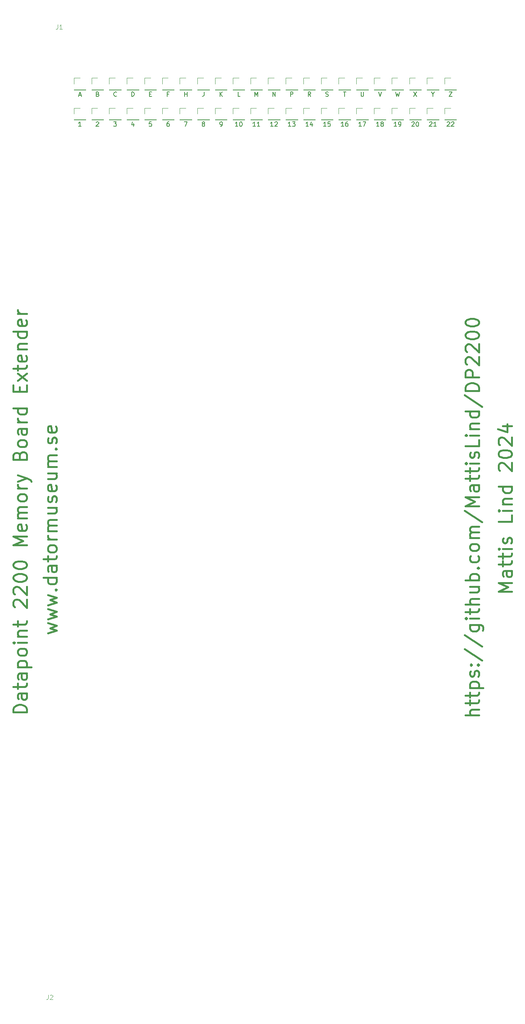
<source format=gbr>
%TF.GenerationSoftware,KiCad,Pcbnew,8.0.2*%
%TF.CreationDate,2024-05-26T09:26:46+02:00*%
%TF.ProjectId,Extender_44pin,45787465-6e64-4657-925f-343470696e2e,rev?*%
%TF.SameCoordinates,Original*%
%TF.FileFunction,Legend,Top*%
%TF.FilePolarity,Positive*%
%FSLAX46Y46*%
G04 Gerber Fmt 4.6, Leading zero omitted, Abs format (unit mm)*
G04 Created by KiCad (PCBNEW 8.0.2) date 2024-05-26 09:26:46*
%MOMM*%
%LPD*%
G01*
G04 APERTURE LIST*
%ADD10C,0.400000*%
%ADD11C,0.150000*%
%ADD12C,0.100000*%
%ADD13C,0.120000*%
G04 APERTURE END LIST*
D10*
X94792057Y-199712557D02*
X91792057Y-199712557D01*
X91792057Y-199712557D02*
X91792057Y-198998271D01*
X91792057Y-198998271D02*
X91934914Y-198569700D01*
X91934914Y-198569700D02*
X92220628Y-198283985D01*
X92220628Y-198283985D02*
X92506342Y-198141128D01*
X92506342Y-198141128D02*
X93077771Y-197998271D01*
X93077771Y-197998271D02*
X93506342Y-197998271D01*
X93506342Y-197998271D02*
X94077771Y-198141128D01*
X94077771Y-198141128D02*
X94363485Y-198283985D01*
X94363485Y-198283985D02*
X94649200Y-198569700D01*
X94649200Y-198569700D02*
X94792057Y-198998271D01*
X94792057Y-198998271D02*
X94792057Y-199712557D01*
X94792057Y-195426843D02*
X93220628Y-195426843D01*
X93220628Y-195426843D02*
X92934914Y-195569700D01*
X92934914Y-195569700D02*
X92792057Y-195855414D01*
X92792057Y-195855414D02*
X92792057Y-196426843D01*
X92792057Y-196426843D02*
X92934914Y-196712557D01*
X94649200Y-195426843D02*
X94792057Y-195712557D01*
X94792057Y-195712557D02*
X94792057Y-196426843D01*
X94792057Y-196426843D02*
X94649200Y-196712557D01*
X94649200Y-196712557D02*
X94363485Y-196855414D01*
X94363485Y-196855414D02*
X94077771Y-196855414D01*
X94077771Y-196855414D02*
X93792057Y-196712557D01*
X93792057Y-196712557D02*
X93649200Y-196426843D01*
X93649200Y-196426843D02*
X93649200Y-195712557D01*
X93649200Y-195712557D02*
X93506342Y-195426843D01*
X92792057Y-194426842D02*
X92792057Y-193283985D01*
X91792057Y-193998271D02*
X94363485Y-193998271D01*
X94363485Y-193998271D02*
X94649200Y-193855414D01*
X94649200Y-193855414D02*
X94792057Y-193569699D01*
X94792057Y-193569699D02*
X94792057Y-193283985D01*
X94792057Y-190998271D02*
X93220628Y-190998271D01*
X93220628Y-190998271D02*
X92934914Y-191141128D01*
X92934914Y-191141128D02*
X92792057Y-191426842D01*
X92792057Y-191426842D02*
X92792057Y-191998271D01*
X92792057Y-191998271D02*
X92934914Y-192283985D01*
X94649200Y-190998271D02*
X94792057Y-191283985D01*
X94792057Y-191283985D02*
X94792057Y-191998271D01*
X94792057Y-191998271D02*
X94649200Y-192283985D01*
X94649200Y-192283985D02*
X94363485Y-192426842D01*
X94363485Y-192426842D02*
X94077771Y-192426842D01*
X94077771Y-192426842D02*
X93792057Y-192283985D01*
X93792057Y-192283985D02*
X93649200Y-191998271D01*
X93649200Y-191998271D02*
X93649200Y-191283985D01*
X93649200Y-191283985D02*
X93506342Y-190998271D01*
X92792057Y-189569699D02*
X95792057Y-189569699D01*
X92934914Y-189569699D02*
X92792057Y-189283985D01*
X92792057Y-189283985D02*
X92792057Y-188712556D01*
X92792057Y-188712556D02*
X92934914Y-188426842D01*
X92934914Y-188426842D02*
X93077771Y-188283985D01*
X93077771Y-188283985D02*
X93363485Y-188141127D01*
X93363485Y-188141127D02*
X94220628Y-188141127D01*
X94220628Y-188141127D02*
X94506342Y-188283985D01*
X94506342Y-188283985D02*
X94649200Y-188426842D01*
X94649200Y-188426842D02*
X94792057Y-188712556D01*
X94792057Y-188712556D02*
X94792057Y-189283985D01*
X94792057Y-189283985D02*
X94649200Y-189569699D01*
X94792057Y-186426841D02*
X94649200Y-186712556D01*
X94649200Y-186712556D02*
X94506342Y-186855413D01*
X94506342Y-186855413D02*
X94220628Y-186998270D01*
X94220628Y-186998270D02*
X93363485Y-186998270D01*
X93363485Y-186998270D02*
X93077771Y-186855413D01*
X93077771Y-186855413D02*
X92934914Y-186712556D01*
X92934914Y-186712556D02*
X92792057Y-186426841D01*
X92792057Y-186426841D02*
X92792057Y-185998270D01*
X92792057Y-185998270D02*
X92934914Y-185712556D01*
X92934914Y-185712556D02*
X93077771Y-185569699D01*
X93077771Y-185569699D02*
X93363485Y-185426841D01*
X93363485Y-185426841D02*
X94220628Y-185426841D01*
X94220628Y-185426841D02*
X94506342Y-185569699D01*
X94506342Y-185569699D02*
X94649200Y-185712556D01*
X94649200Y-185712556D02*
X94792057Y-185998270D01*
X94792057Y-185998270D02*
X94792057Y-186426841D01*
X94792057Y-184141127D02*
X92792057Y-184141127D01*
X91792057Y-184141127D02*
X91934914Y-184283984D01*
X91934914Y-184283984D02*
X92077771Y-184141127D01*
X92077771Y-184141127D02*
X91934914Y-183998270D01*
X91934914Y-183998270D02*
X91792057Y-184141127D01*
X91792057Y-184141127D02*
X92077771Y-184141127D01*
X92792057Y-182712556D02*
X94792057Y-182712556D01*
X93077771Y-182712556D02*
X92934914Y-182569699D01*
X92934914Y-182569699D02*
X92792057Y-182283984D01*
X92792057Y-182283984D02*
X92792057Y-181855413D01*
X92792057Y-181855413D02*
X92934914Y-181569699D01*
X92934914Y-181569699D02*
X93220628Y-181426842D01*
X93220628Y-181426842D02*
X94792057Y-181426842D01*
X92792057Y-180426841D02*
X92792057Y-179283984D01*
X91792057Y-179998270D02*
X94363485Y-179998270D01*
X94363485Y-179998270D02*
X94649200Y-179855413D01*
X94649200Y-179855413D02*
X94792057Y-179569698D01*
X94792057Y-179569698D02*
X94792057Y-179283984D01*
X92077771Y-176141127D02*
X91934914Y-175998270D01*
X91934914Y-175998270D02*
X91792057Y-175712556D01*
X91792057Y-175712556D02*
X91792057Y-174998270D01*
X91792057Y-174998270D02*
X91934914Y-174712556D01*
X91934914Y-174712556D02*
X92077771Y-174569698D01*
X92077771Y-174569698D02*
X92363485Y-174426841D01*
X92363485Y-174426841D02*
X92649200Y-174426841D01*
X92649200Y-174426841D02*
X93077771Y-174569698D01*
X93077771Y-174569698D02*
X94792057Y-176283984D01*
X94792057Y-176283984D02*
X94792057Y-174426841D01*
X92077771Y-173283984D02*
X91934914Y-173141127D01*
X91934914Y-173141127D02*
X91792057Y-172855413D01*
X91792057Y-172855413D02*
X91792057Y-172141127D01*
X91792057Y-172141127D02*
X91934914Y-171855413D01*
X91934914Y-171855413D02*
X92077771Y-171712555D01*
X92077771Y-171712555D02*
X92363485Y-171569698D01*
X92363485Y-171569698D02*
X92649200Y-171569698D01*
X92649200Y-171569698D02*
X93077771Y-171712555D01*
X93077771Y-171712555D02*
X94792057Y-173426841D01*
X94792057Y-173426841D02*
X94792057Y-171569698D01*
X91792057Y-169712555D02*
X91792057Y-169426841D01*
X91792057Y-169426841D02*
X91934914Y-169141127D01*
X91934914Y-169141127D02*
X92077771Y-168998270D01*
X92077771Y-168998270D02*
X92363485Y-168855412D01*
X92363485Y-168855412D02*
X92934914Y-168712555D01*
X92934914Y-168712555D02*
X93649200Y-168712555D01*
X93649200Y-168712555D02*
X94220628Y-168855412D01*
X94220628Y-168855412D02*
X94506342Y-168998270D01*
X94506342Y-168998270D02*
X94649200Y-169141127D01*
X94649200Y-169141127D02*
X94792057Y-169426841D01*
X94792057Y-169426841D02*
X94792057Y-169712555D01*
X94792057Y-169712555D02*
X94649200Y-169998270D01*
X94649200Y-169998270D02*
X94506342Y-170141127D01*
X94506342Y-170141127D02*
X94220628Y-170283984D01*
X94220628Y-170283984D02*
X93649200Y-170426841D01*
X93649200Y-170426841D02*
X92934914Y-170426841D01*
X92934914Y-170426841D02*
X92363485Y-170283984D01*
X92363485Y-170283984D02*
X92077771Y-170141127D01*
X92077771Y-170141127D02*
X91934914Y-169998270D01*
X91934914Y-169998270D02*
X91792057Y-169712555D01*
X91792057Y-166855412D02*
X91792057Y-166569698D01*
X91792057Y-166569698D02*
X91934914Y-166283984D01*
X91934914Y-166283984D02*
X92077771Y-166141127D01*
X92077771Y-166141127D02*
X92363485Y-165998269D01*
X92363485Y-165998269D02*
X92934914Y-165855412D01*
X92934914Y-165855412D02*
X93649200Y-165855412D01*
X93649200Y-165855412D02*
X94220628Y-165998269D01*
X94220628Y-165998269D02*
X94506342Y-166141127D01*
X94506342Y-166141127D02*
X94649200Y-166283984D01*
X94649200Y-166283984D02*
X94792057Y-166569698D01*
X94792057Y-166569698D02*
X94792057Y-166855412D01*
X94792057Y-166855412D02*
X94649200Y-167141127D01*
X94649200Y-167141127D02*
X94506342Y-167283984D01*
X94506342Y-167283984D02*
X94220628Y-167426841D01*
X94220628Y-167426841D02*
X93649200Y-167569698D01*
X93649200Y-167569698D02*
X92934914Y-167569698D01*
X92934914Y-167569698D02*
X92363485Y-167426841D01*
X92363485Y-167426841D02*
X92077771Y-167283984D01*
X92077771Y-167283984D02*
X91934914Y-167141127D01*
X91934914Y-167141127D02*
X91792057Y-166855412D01*
X94792057Y-162283984D02*
X91792057Y-162283984D01*
X91792057Y-162283984D02*
X93934914Y-161283984D01*
X93934914Y-161283984D02*
X91792057Y-160283984D01*
X91792057Y-160283984D02*
X94792057Y-160283984D01*
X94649200Y-157712556D02*
X94792057Y-157998270D01*
X94792057Y-157998270D02*
X94792057Y-158569699D01*
X94792057Y-158569699D02*
X94649200Y-158855413D01*
X94649200Y-158855413D02*
X94363485Y-158998270D01*
X94363485Y-158998270D02*
X93220628Y-158998270D01*
X93220628Y-158998270D02*
X92934914Y-158855413D01*
X92934914Y-158855413D02*
X92792057Y-158569699D01*
X92792057Y-158569699D02*
X92792057Y-157998270D01*
X92792057Y-157998270D02*
X92934914Y-157712556D01*
X92934914Y-157712556D02*
X93220628Y-157569699D01*
X93220628Y-157569699D02*
X93506342Y-157569699D01*
X93506342Y-157569699D02*
X93792057Y-158998270D01*
X94792057Y-156283984D02*
X92792057Y-156283984D01*
X93077771Y-156283984D02*
X92934914Y-156141127D01*
X92934914Y-156141127D02*
X92792057Y-155855412D01*
X92792057Y-155855412D02*
X92792057Y-155426841D01*
X92792057Y-155426841D02*
X92934914Y-155141127D01*
X92934914Y-155141127D02*
X93220628Y-154998270D01*
X93220628Y-154998270D02*
X94792057Y-154998270D01*
X93220628Y-154998270D02*
X92934914Y-154855412D01*
X92934914Y-154855412D02*
X92792057Y-154569698D01*
X92792057Y-154569698D02*
X92792057Y-154141127D01*
X92792057Y-154141127D02*
X92934914Y-153855412D01*
X92934914Y-153855412D02*
X93220628Y-153712555D01*
X93220628Y-153712555D02*
X94792057Y-153712555D01*
X94792057Y-151855412D02*
X94649200Y-152141127D01*
X94649200Y-152141127D02*
X94506342Y-152283984D01*
X94506342Y-152283984D02*
X94220628Y-152426841D01*
X94220628Y-152426841D02*
X93363485Y-152426841D01*
X93363485Y-152426841D02*
X93077771Y-152283984D01*
X93077771Y-152283984D02*
X92934914Y-152141127D01*
X92934914Y-152141127D02*
X92792057Y-151855412D01*
X92792057Y-151855412D02*
X92792057Y-151426841D01*
X92792057Y-151426841D02*
X92934914Y-151141127D01*
X92934914Y-151141127D02*
X93077771Y-150998270D01*
X93077771Y-150998270D02*
X93363485Y-150855412D01*
X93363485Y-150855412D02*
X94220628Y-150855412D01*
X94220628Y-150855412D02*
X94506342Y-150998270D01*
X94506342Y-150998270D02*
X94649200Y-151141127D01*
X94649200Y-151141127D02*
X94792057Y-151426841D01*
X94792057Y-151426841D02*
X94792057Y-151855412D01*
X94792057Y-149569698D02*
X92792057Y-149569698D01*
X93363485Y-149569698D02*
X93077771Y-149426841D01*
X93077771Y-149426841D02*
X92934914Y-149283984D01*
X92934914Y-149283984D02*
X92792057Y-148998269D01*
X92792057Y-148998269D02*
X92792057Y-148712555D01*
X92792057Y-147998269D02*
X94792057Y-147283983D01*
X92792057Y-146569698D02*
X94792057Y-147283983D01*
X94792057Y-147283983D02*
X95506342Y-147569698D01*
X95506342Y-147569698D02*
X95649200Y-147712555D01*
X95649200Y-147712555D02*
X95792057Y-147998269D01*
X93220628Y-142141127D02*
X93363485Y-141712555D01*
X93363485Y-141712555D02*
X93506342Y-141569698D01*
X93506342Y-141569698D02*
X93792057Y-141426841D01*
X93792057Y-141426841D02*
X94220628Y-141426841D01*
X94220628Y-141426841D02*
X94506342Y-141569698D01*
X94506342Y-141569698D02*
X94649200Y-141712555D01*
X94649200Y-141712555D02*
X94792057Y-141998270D01*
X94792057Y-141998270D02*
X94792057Y-143141127D01*
X94792057Y-143141127D02*
X91792057Y-143141127D01*
X91792057Y-143141127D02*
X91792057Y-142141127D01*
X91792057Y-142141127D02*
X91934914Y-141855413D01*
X91934914Y-141855413D02*
X92077771Y-141712555D01*
X92077771Y-141712555D02*
X92363485Y-141569698D01*
X92363485Y-141569698D02*
X92649200Y-141569698D01*
X92649200Y-141569698D02*
X92934914Y-141712555D01*
X92934914Y-141712555D02*
X93077771Y-141855413D01*
X93077771Y-141855413D02*
X93220628Y-142141127D01*
X93220628Y-142141127D02*
X93220628Y-143141127D01*
X94792057Y-139712555D02*
X94649200Y-139998270D01*
X94649200Y-139998270D02*
X94506342Y-140141127D01*
X94506342Y-140141127D02*
X94220628Y-140283984D01*
X94220628Y-140283984D02*
X93363485Y-140283984D01*
X93363485Y-140283984D02*
X93077771Y-140141127D01*
X93077771Y-140141127D02*
X92934914Y-139998270D01*
X92934914Y-139998270D02*
X92792057Y-139712555D01*
X92792057Y-139712555D02*
X92792057Y-139283984D01*
X92792057Y-139283984D02*
X92934914Y-138998270D01*
X92934914Y-138998270D02*
X93077771Y-138855413D01*
X93077771Y-138855413D02*
X93363485Y-138712555D01*
X93363485Y-138712555D02*
X94220628Y-138712555D01*
X94220628Y-138712555D02*
X94506342Y-138855413D01*
X94506342Y-138855413D02*
X94649200Y-138998270D01*
X94649200Y-138998270D02*
X94792057Y-139283984D01*
X94792057Y-139283984D02*
X94792057Y-139712555D01*
X94792057Y-136141127D02*
X93220628Y-136141127D01*
X93220628Y-136141127D02*
X92934914Y-136283984D01*
X92934914Y-136283984D02*
X92792057Y-136569698D01*
X92792057Y-136569698D02*
X92792057Y-137141127D01*
X92792057Y-137141127D02*
X92934914Y-137426841D01*
X94649200Y-136141127D02*
X94792057Y-136426841D01*
X94792057Y-136426841D02*
X94792057Y-137141127D01*
X94792057Y-137141127D02*
X94649200Y-137426841D01*
X94649200Y-137426841D02*
X94363485Y-137569698D01*
X94363485Y-137569698D02*
X94077771Y-137569698D01*
X94077771Y-137569698D02*
X93792057Y-137426841D01*
X93792057Y-137426841D02*
X93649200Y-137141127D01*
X93649200Y-137141127D02*
X93649200Y-136426841D01*
X93649200Y-136426841D02*
X93506342Y-136141127D01*
X94792057Y-134712555D02*
X92792057Y-134712555D01*
X93363485Y-134712555D02*
X93077771Y-134569698D01*
X93077771Y-134569698D02*
X92934914Y-134426841D01*
X92934914Y-134426841D02*
X92792057Y-134141126D01*
X92792057Y-134141126D02*
X92792057Y-133855412D01*
X94792057Y-131569698D02*
X91792057Y-131569698D01*
X94649200Y-131569698D02*
X94792057Y-131855412D01*
X94792057Y-131855412D02*
X94792057Y-132426840D01*
X94792057Y-132426840D02*
X94649200Y-132712555D01*
X94649200Y-132712555D02*
X94506342Y-132855412D01*
X94506342Y-132855412D02*
X94220628Y-132998269D01*
X94220628Y-132998269D02*
X93363485Y-132998269D01*
X93363485Y-132998269D02*
X93077771Y-132855412D01*
X93077771Y-132855412D02*
X92934914Y-132712555D01*
X92934914Y-132712555D02*
X92792057Y-132426840D01*
X92792057Y-132426840D02*
X92792057Y-131855412D01*
X92792057Y-131855412D02*
X92934914Y-131569698D01*
X93220628Y-127855412D02*
X93220628Y-126855412D01*
X94792057Y-126426840D02*
X94792057Y-127855412D01*
X94792057Y-127855412D02*
X91792057Y-127855412D01*
X91792057Y-127855412D02*
X91792057Y-126426840D01*
X94792057Y-125426840D02*
X92792057Y-123855412D01*
X92792057Y-125426840D02*
X94792057Y-123855412D01*
X92792057Y-123141126D02*
X92792057Y-121998269D01*
X91792057Y-122712555D02*
X94363485Y-122712555D01*
X94363485Y-122712555D02*
X94649200Y-122569698D01*
X94649200Y-122569698D02*
X94792057Y-122283983D01*
X94792057Y-122283983D02*
X94792057Y-121998269D01*
X94649200Y-119855412D02*
X94792057Y-120141126D01*
X94792057Y-120141126D02*
X94792057Y-120712555D01*
X94792057Y-120712555D02*
X94649200Y-120998269D01*
X94649200Y-120998269D02*
X94363485Y-121141126D01*
X94363485Y-121141126D02*
X93220628Y-121141126D01*
X93220628Y-121141126D02*
X92934914Y-120998269D01*
X92934914Y-120998269D02*
X92792057Y-120712555D01*
X92792057Y-120712555D02*
X92792057Y-120141126D01*
X92792057Y-120141126D02*
X92934914Y-119855412D01*
X92934914Y-119855412D02*
X93220628Y-119712555D01*
X93220628Y-119712555D02*
X93506342Y-119712555D01*
X93506342Y-119712555D02*
X93792057Y-121141126D01*
X92792057Y-118426840D02*
X94792057Y-118426840D01*
X93077771Y-118426840D02*
X92934914Y-118283983D01*
X92934914Y-118283983D02*
X92792057Y-117998268D01*
X92792057Y-117998268D02*
X92792057Y-117569697D01*
X92792057Y-117569697D02*
X92934914Y-117283983D01*
X92934914Y-117283983D02*
X93220628Y-117141126D01*
X93220628Y-117141126D02*
X94792057Y-117141126D01*
X94792057Y-114426840D02*
X91792057Y-114426840D01*
X94649200Y-114426840D02*
X94792057Y-114712554D01*
X94792057Y-114712554D02*
X94792057Y-115283982D01*
X94792057Y-115283982D02*
X94649200Y-115569697D01*
X94649200Y-115569697D02*
X94506342Y-115712554D01*
X94506342Y-115712554D02*
X94220628Y-115855411D01*
X94220628Y-115855411D02*
X93363485Y-115855411D01*
X93363485Y-115855411D02*
X93077771Y-115712554D01*
X93077771Y-115712554D02*
X92934914Y-115569697D01*
X92934914Y-115569697D02*
X92792057Y-115283982D01*
X92792057Y-115283982D02*
X92792057Y-114712554D01*
X92792057Y-114712554D02*
X92934914Y-114426840D01*
X94649200Y-111855411D02*
X94792057Y-112141125D01*
X94792057Y-112141125D02*
X94792057Y-112712554D01*
X94792057Y-112712554D02*
X94649200Y-112998268D01*
X94649200Y-112998268D02*
X94363485Y-113141125D01*
X94363485Y-113141125D02*
X93220628Y-113141125D01*
X93220628Y-113141125D02*
X92934914Y-112998268D01*
X92934914Y-112998268D02*
X92792057Y-112712554D01*
X92792057Y-112712554D02*
X92792057Y-112141125D01*
X92792057Y-112141125D02*
X92934914Y-111855411D01*
X92934914Y-111855411D02*
X93220628Y-111712554D01*
X93220628Y-111712554D02*
X93506342Y-111712554D01*
X93506342Y-111712554D02*
X93792057Y-113141125D01*
X94792057Y-110426839D02*
X92792057Y-110426839D01*
X93363485Y-110426839D02*
X93077771Y-110283982D01*
X93077771Y-110283982D02*
X92934914Y-110141125D01*
X92934914Y-110141125D02*
X92792057Y-109855410D01*
X92792057Y-109855410D02*
X92792057Y-109569696D01*
X99502057Y-181998271D02*
X101502057Y-181426843D01*
X101502057Y-181426843D02*
X100073485Y-180855414D01*
X100073485Y-180855414D02*
X101502057Y-180283985D01*
X101502057Y-180283985D02*
X99502057Y-179712557D01*
X99502057Y-178855414D02*
X101502057Y-178283986D01*
X101502057Y-178283986D02*
X100073485Y-177712557D01*
X100073485Y-177712557D02*
X101502057Y-177141128D01*
X101502057Y-177141128D02*
X99502057Y-176569700D01*
X99502057Y-175712557D02*
X101502057Y-175141129D01*
X101502057Y-175141129D02*
X100073485Y-174569700D01*
X100073485Y-174569700D02*
X101502057Y-173998271D01*
X101502057Y-173998271D02*
X99502057Y-173426843D01*
X101216342Y-172283986D02*
X101359200Y-172141129D01*
X101359200Y-172141129D02*
X101502057Y-172283986D01*
X101502057Y-172283986D02*
X101359200Y-172426843D01*
X101359200Y-172426843D02*
X101216342Y-172283986D01*
X101216342Y-172283986D02*
X101502057Y-172283986D01*
X101502057Y-169569701D02*
X98502057Y-169569701D01*
X101359200Y-169569701D02*
X101502057Y-169855415D01*
X101502057Y-169855415D02*
X101502057Y-170426843D01*
X101502057Y-170426843D02*
X101359200Y-170712558D01*
X101359200Y-170712558D02*
X101216342Y-170855415D01*
X101216342Y-170855415D02*
X100930628Y-170998272D01*
X100930628Y-170998272D02*
X100073485Y-170998272D01*
X100073485Y-170998272D02*
X99787771Y-170855415D01*
X99787771Y-170855415D02*
X99644914Y-170712558D01*
X99644914Y-170712558D02*
X99502057Y-170426843D01*
X99502057Y-170426843D02*
X99502057Y-169855415D01*
X99502057Y-169855415D02*
X99644914Y-169569701D01*
X101502057Y-166855415D02*
X99930628Y-166855415D01*
X99930628Y-166855415D02*
X99644914Y-166998272D01*
X99644914Y-166998272D02*
X99502057Y-167283986D01*
X99502057Y-167283986D02*
X99502057Y-167855415D01*
X99502057Y-167855415D02*
X99644914Y-168141129D01*
X101359200Y-166855415D02*
X101502057Y-167141129D01*
X101502057Y-167141129D02*
X101502057Y-167855415D01*
X101502057Y-167855415D02*
X101359200Y-168141129D01*
X101359200Y-168141129D02*
X101073485Y-168283986D01*
X101073485Y-168283986D02*
X100787771Y-168283986D01*
X100787771Y-168283986D02*
X100502057Y-168141129D01*
X100502057Y-168141129D02*
X100359200Y-167855415D01*
X100359200Y-167855415D02*
X100359200Y-167141129D01*
X100359200Y-167141129D02*
X100216342Y-166855415D01*
X99502057Y-165855414D02*
X99502057Y-164712557D01*
X98502057Y-165426843D02*
X101073485Y-165426843D01*
X101073485Y-165426843D02*
X101359200Y-165283986D01*
X101359200Y-165283986D02*
X101502057Y-164998271D01*
X101502057Y-164998271D02*
X101502057Y-164712557D01*
X101502057Y-163283985D02*
X101359200Y-163569700D01*
X101359200Y-163569700D02*
X101216342Y-163712557D01*
X101216342Y-163712557D02*
X100930628Y-163855414D01*
X100930628Y-163855414D02*
X100073485Y-163855414D01*
X100073485Y-163855414D02*
X99787771Y-163712557D01*
X99787771Y-163712557D02*
X99644914Y-163569700D01*
X99644914Y-163569700D02*
X99502057Y-163283985D01*
X99502057Y-163283985D02*
X99502057Y-162855414D01*
X99502057Y-162855414D02*
X99644914Y-162569700D01*
X99644914Y-162569700D02*
X99787771Y-162426843D01*
X99787771Y-162426843D02*
X100073485Y-162283985D01*
X100073485Y-162283985D02*
X100930628Y-162283985D01*
X100930628Y-162283985D02*
X101216342Y-162426843D01*
X101216342Y-162426843D02*
X101359200Y-162569700D01*
X101359200Y-162569700D02*
X101502057Y-162855414D01*
X101502057Y-162855414D02*
X101502057Y-163283985D01*
X101502057Y-160998271D02*
X99502057Y-160998271D01*
X100073485Y-160998271D02*
X99787771Y-160855414D01*
X99787771Y-160855414D02*
X99644914Y-160712557D01*
X99644914Y-160712557D02*
X99502057Y-160426842D01*
X99502057Y-160426842D02*
X99502057Y-160141128D01*
X101502057Y-159141128D02*
X99502057Y-159141128D01*
X99787771Y-159141128D02*
X99644914Y-158998271D01*
X99644914Y-158998271D02*
X99502057Y-158712556D01*
X99502057Y-158712556D02*
X99502057Y-158283985D01*
X99502057Y-158283985D02*
X99644914Y-157998271D01*
X99644914Y-157998271D02*
X99930628Y-157855414D01*
X99930628Y-157855414D02*
X101502057Y-157855414D01*
X99930628Y-157855414D02*
X99644914Y-157712556D01*
X99644914Y-157712556D02*
X99502057Y-157426842D01*
X99502057Y-157426842D02*
X99502057Y-156998271D01*
X99502057Y-156998271D02*
X99644914Y-156712556D01*
X99644914Y-156712556D02*
X99930628Y-156569699D01*
X99930628Y-156569699D02*
X101502057Y-156569699D01*
X99502057Y-153855414D02*
X101502057Y-153855414D01*
X99502057Y-155141128D02*
X101073485Y-155141128D01*
X101073485Y-155141128D02*
X101359200Y-154998271D01*
X101359200Y-154998271D02*
X101502057Y-154712556D01*
X101502057Y-154712556D02*
X101502057Y-154283985D01*
X101502057Y-154283985D02*
X101359200Y-153998271D01*
X101359200Y-153998271D02*
X101216342Y-153855414D01*
X101359200Y-152569699D02*
X101502057Y-152283985D01*
X101502057Y-152283985D02*
X101502057Y-151712556D01*
X101502057Y-151712556D02*
X101359200Y-151426842D01*
X101359200Y-151426842D02*
X101073485Y-151283985D01*
X101073485Y-151283985D02*
X100930628Y-151283985D01*
X100930628Y-151283985D02*
X100644914Y-151426842D01*
X100644914Y-151426842D02*
X100502057Y-151712556D01*
X100502057Y-151712556D02*
X100502057Y-152141128D01*
X100502057Y-152141128D02*
X100359200Y-152426842D01*
X100359200Y-152426842D02*
X100073485Y-152569699D01*
X100073485Y-152569699D02*
X99930628Y-152569699D01*
X99930628Y-152569699D02*
X99644914Y-152426842D01*
X99644914Y-152426842D02*
X99502057Y-152141128D01*
X99502057Y-152141128D02*
X99502057Y-151712556D01*
X99502057Y-151712556D02*
X99644914Y-151426842D01*
X101359200Y-148855414D02*
X101502057Y-149141128D01*
X101502057Y-149141128D02*
X101502057Y-149712557D01*
X101502057Y-149712557D02*
X101359200Y-149998271D01*
X101359200Y-149998271D02*
X101073485Y-150141128D01*
X101073485Y-150141128D02*
X99930628Y-150141128D01*
X99930628Y-150141128D02*
X99644914Y-149998271D01*
X99644914Y-149998271D02*
X99502057Y-149712557D01*
X99502057Y-149712557D02*
X99502057Y-149141128D01*
X99502057Y-149141128D02*
X99644914Y-148855414D01*
X99644914Y-148855414D02*
X99930628Y-148712557D01*
X99930628Y-148712557D02*
X100216342Y-148712557D01*
X100216342Y-148712557D02*
X100502057Y-150141128D01*
X99502057Y-146141128D02*
X101502057Y-146141128D01*
X99502057Y-147426842D02*
X101073485Y-147426842D01*
X101073485Y-147426842D02*
X101359200Y-147283985D01*
X101359200Y-147283985D02*
X101502057Y-146998270D01*
X101502057Y-146998270D02*
X101502057Y-146569699D01*
X101502057Y-146569699D02*
X101359200Y-146283985D01*
X101359200Y-146283985D02*
X101216342Y-146141128D01*
X101502057Y-144712556D02*
X99502057Y-144712556D01*
X99787771Y-144712556D02*
X99644914Y-144569699D01*
X99644914Y-144569699D02*
X99502057Y-144283984D01*
X99502057Y-144283984D02*
X99502057Y-143855413D01*
X99502057Y-143855413D02*
X99644914Y-143569699D01*
X99644914Y-143569699D02*
X99930628Y-143426842D01*
X99930628Y-143426842D02*
X101502057Y-143426842D01*
X99930628Y-143426842D02*
X99644914Y-143283984D01*
X99644914Y-143283984D02*
X99502057Y-142998270D01*
X99502057Y-142998270D02*
X99502057Y-142569699D01*
X99502057Y-142569699D02*
X99644914Y-142283984D01*
X99644914Y-142283984D02*
X99930628Y-142141127D01*
X99930628Y-142141127D02*
X101502057Y-142141127D01*
X101216342Y-140712556D02*
X101359200Y-140569699D01*
X101359200Y-140569699D02*
X101502057Y-140712556D01*
X101502057Y-140712556D02*
X101359200Y-140855413D01*
X101359200Y-140855413D02*
X101216342Y-140712556D01*
X101216342Y-140712556D02*
X101502057Y-140712556D01*
X101359200Y-139426842D02*
X101502057Y-139141128D01*
X101502057Y-139141128D02*
X101502057Y-138569699D01*
X101502057Y-138569699D02*
X101359200Y-138283985D01*
X101359200Y-138283985D02*
X101073485Y-138141128D01*
X101073485Y-138141128D02*
X100930628Y-138141128D01*
X100930628Y-138141128D02*
X100644914Y-138283985D01*
X100644914Y-138283985D02*
X100502057Y-138569699D01*
X100502057Y-138569699D02*
X100502057Y-138998271D01*
X100502057Y-138998271D02*
X100359200Y-139283985D01*
X100359200Y-139283985D02*
X100073485Y-139426842D01*
X100073485Y-139426842D02*
X99930628Y-139426842D01*
X99930628Y-139426842D02*
X99644914Y-139283985D01*
X99644914Y-139283985D02*
X99502057Y-138998271D01*
X99502057Y-138998271D02*
X99502057Y-138569699D01*
X99502057Y-138569699D02*
X99644914Y-138283985D01*
X101359200Y-135712557D02*
X101502057Y-135998271D01*
X101502057Y-135998271D02*
X101502057Y-136569700D01*
X101502057Y-136569700D02*
X101359200Y-136855414D01*
X101359200Y-136855414D02*
X101073485Y-136998271D01*
X101073485Y-136998271D02*
X99930628Y-136998271D01*
X99930628Y-136998271D02*
X99644914Y-136855414D01*
X99644914Y-136855414D02*
X99502057Y-136569700D01*
X99502057Y-136569700D02*
X99502057Y-135998271D01*
X99502057Y-135998271D02*
X99644914Y-135712557D01*
X99644914Y-135712557D02*
X99930628Y-135569700D01*
X99930628Y-135569700D02*
X100216342Y-135569700D01*
X100216342Y-135569700D02*
X100502057Y-136998271D01*
X196192057Y-200392557D02*
X193192057Y-200392557D01*
X196192057Y-199106843D02*
X194620628Y-199106843D01*
X194620628Y-199106843D02*
X194334914Y-199249700D01*
X194334914Y-199249700D02*
X194192057Y-199535414D01*
X194192057Y-199535414D02*
X194192057Y-199963985D01*
X194192057Y-199963985D02*
X194334914Y-200249700D01*
X194334914Y-200249700D02*
X194477771Y-200392557D01*
X194192057Y-198106842D02*
X194192057Y-196963985D01*
X193192057Y-197678271D02*
X195763485Y-197678271D01*
X195763485Y-197678271D02*
X196049200Y-197535414D01*
X196049200Y-197535414D02*
X196192057Y-197249699D01*
X196192057Y-197249699D02*
X196192057Y-196963985D01*
X194192057Y-196392556D02*
X194192057Y-195249699D01*
X193192057Y-195963985D02*
X195763485Y-195963985D01*
X195763485Y-195963985D02*
X196049200Y-195821128D01*
X196049200Y-195821128D02*
X196192057Y-195535413D01*
X196192057Y-195535413D02*
X196192057Y-195249699D01*
X194192057Y-194249699D02*
X197192057Y-194249699D01*
X194334914Y-194249699D02*
X194192057Y-193963985D01*
X194192057Y-193963985D02*
X194192057Y-193392556D01*
X194192057Y-193392556D02*
X194334914Y-193106842D01*
X194334914Y-193106842D02*
X194477771Y-192963985D01*
X194477771Y-192963985D02*
X194763485Y-192821127D01*
X194763485Y-192821127D02*
X195620628Y-192821127D01*
X195620628Y-192821127D02*
X195906342Y-192963985D01*
X195906342Y-192963985D02*
X196049200Y-193106842D01*
X196049200Y-193106842D02*
X196192057Y-193392556D01*
X196192057Y-193392556D02*
X196192057Y-193963985D01*
X196192057Y-193963985D02*
X196049200Y-194249699D01*
X196049200Y-191678270D02*
X196192057Y-191392556D01*
X196192057Y-191392556D02*
X196192057Y-190821127D01*
X196192057Y-190821127D02*
X196049200Y-190535413D01*
X196049200Y-190535413D02*
X195763485Y-190392556D01*
X195763485Y-190392556D02*
X195620628Y-190392556D01*
X195620628Y-190392556D02*
X195334914Y-190535413D01*
X195334914Y-190535413D02*
X195192057Y-190821127D01*
X195192057Y-190821127D02*
X195192057Y-191249699D01*
X195192057Y-191249699D02*
X195049200Y-191535413D01*
X195049200Y-191535413D02*
X194763485Y-191678270D01*
X194763485Y-191678270D02*
X194620628Y-191678270D01*
X194620628Y-191678270D02*
X194334914Y-191535413D01*
X194334914Y-191535413D02*
X194192057Y-191249699D01*
X194192057Y-191249699D02*
X194192057Y-190821127D01*
X194192057Y-190821127D02*
X194334914Y-190535413D01*
X195906342Y-189106842D02*
X196049200Y-188963985D01*
X196049200Y-188963985D02*
X196192057Y-189106842D01*
X196192057Y-189106842D02*
X196049200Y-189249699D01*
X196049200Y-189249699D02*
X195906342Y-189106842D01*
X195906342Y-189106842D02*
X196192057Y-189106842D01*
X194334914Y-189106842D02*
X194477771Y-188963985D01*
X194477771Y-188963985D02*
X194620628Y-189106842D01*
X194620628Y-189106842D02*
X194477771Y-189249699D01*
X194477771Y-189249699D02*
X194334914Y-189106842D01*
X194334914Y-189106842D02*
X194620628Y-189106842D01*
X193049200Y-185535414D02*
X196906342Y-188106842D01*
X193049200Y-182392557D02*
X196906342Y-184963985D01*
X194192057Y-180106843D02*
X196620628Y-180106843D01*
X196620628Y-180106843D02*
X196906342Y-180249700D01*
X196906342Y-180249700D02*
X197049200Y-180392557D01*
X197049200Y-180392557D02*
X197192057Y-180678271D01*
X197192057Y-180678271D02*
X197192057Y-181106843D01*
X197192057Y-181106843D02*
X197049200Y-181392557D01*
X196049200Y-180106843D02*
X196192057Y-180392557D01*
X196192057Y-180392557D02*
X196192057Y-180963985D01*
X196192057Y-180963985D02*
X196049200Y-181249700D01*
X196049200Y-181249700D02*
X195906342Y-181392557D01*
X195906342Y-181392557D02*
X195620628Y-181535414D01*
X195620628Y-181535414D02*
X194763485Y-181535414D01*
X194763485Y-181535414D02*
X194477771Y-181392557D01*
X194477771Y-181392557D02*
X194334914Y-181249700D01*
X194334914Y-181249700D02*
X194192057Y-180963985D01*
X194192057Y-180963985D02*
X194192057Y-180392557D01*
X194192057Y-180392557D02*
X194334914Y-180106843D01*
X196192057Y-178678271D02*
X194192057Y-178678271D01*
X193192057Y-178678271D02*
X193334914Y-178821128D01*
X193334914Y-178821128D02*
X193477771Y-178678271D01*
X193477771Y-178678271D02*
X193334914Y-178535414D01*
X193334914Y-178535414D02*
X193192057Y-178678271D01*
X193192057Y-178678271D02*
X193477771Y-178678271D01*
X194192057Y-177678271D02*
X194192057Y-176535414D01*
X193192057Y-177249700D02*
X195763485Y-177249700D01*
X195763485Y-177249700D02*
X196049200Y-177106843D01*
X196049200Y-177106843D02*
X196192057Y-176821128D01*
X196192057Y-176821128D02*
X196192057Y-176535414D01*
X196192057Y-175535414D02*
X193192057Y-175535414D01*
X196192057Y-174249700D02*
X194620628Y-174249700D01*
X194620628Y-174249700D02*
X194334914Y-174392557D01*
X194334914Y-174392557D02*
X194192057Y-174678271D01*
X194192057Y-174678271D02*
X194192057Y-175106842D01*
X194192057Y-175106842D02*
X194334914Y-175392557D01*
X194334914Y-175392557D02*
X194477771Y-175535414D01*
X194192057Y-171535414D02*
X196192057Y-171535414D01*
X194192057Y-172821128D02*
X195763485Y-172821128D01*
X195763485Y-172821128D02*
X196049200Y-172678271D01*
X196049200Y-172678271D02*
X196192057Y-172392556D01*
X196192057Y-172392556D02*
X196192057Y-171963985D01*
X196192057Y-171963985D02*
X196049200Y-171678271D01*
X196049200Y-171678271D02*
X195906342Y-171535414D01*
X196192057Y-170106842D02*
X193192057Y-170106842D01*
X194334914Y-170106842D02*
X194192057Y-169821128D01*
X194192057Y-169821128D02*
X194192057Y-169249699D01*
X194192057Y-169249699D02*
X194334914Y-168963985D01*
X194334914Y-168963985D02*
X194477771Y-168821128D01*
X194477771Y-168821128D02*
X194763485Y-168678270D01*
X194763485Y-168678270D02*
X195620628Y-168678270D01*
X195620628Y-168678270D02*
X195906342Y-168821128D01*
X195906342Y-168821128D02*
X196049200Y-168963985D01*
X196049200Y-168963985D02*
X196192057Y-169249699D01*
X196192057Y-169249699D02*
X196192057Y-169821128D01*
X196192057Y-169821128D02*
X196049200Y-170106842D01*
X195906342Y-167392556D02*
X196049200Y-167249699D01*
X196049200Y-167249699D02*
X196192057Y-167392556D01*
X196192057Y-167392556D02*
X196049200Y-167535413D01*
X196049200Y-167535413D02*
X195906342Y-167392556D01*
X195906342Y-167392556D02*
X196192057Y-167392556D01*
X196049200Y-164678271D02*
X196192057Y-164963985D01*
X196192057Y-164963985D02*
X196192057Y-165535413D01*
X196192057Y-165535413D02*
X196049200Y-165821128D01*
X196049200Y-165821128D02*
X195906342Y-165963985D01*
X195906342Y-165963985D02*
X195620628Y-166106842D01*
X195620628Y-166106842D02*
X194763485Y-166106842D01*
X194763485Y-166106842D02*
X194477771Y-165963985D01*
X194477771Y-165963985D02*
X194334914Y-165821128D01*
X194334914Y-165821128D02*
X194192057Y-165535413D01*
X194192057Y-165535413D02*
X194192057Y-164963985D01*
X194192057Y-164963985D02*
X194334914Y-164678271D01*
X196192057Y-162963984D02*
X196049200Y-163249699D01*
X196049200Y-163249699D02*
X195906342Y-163392556D01*
X195906342Y-163392556D02*
X195620628Y-163535413D01*
X195620628Y-163535413D02*
X194763485Y-163535413D01*
X194763485Y-163535413D02*
X194477771Y-163392556D01*
X194477771Y-163392556D02*
X194334914Y-163249699D01*
X194334914Y-163249699D02*
X194192057Y-162963984D01*
X194192057Y-162963984D02*
X194192057Y-162535413D01*
X194192057Y-162535413D02*
X194334914Y-162249699D01*
X194334914Y-162249699D02*
X194477771Y-162106842D01*
X194477771Y-162106842D02*
X194763485Y-161963984D01*
X194763485Y-161963984D02*
X195620628Y-161963984D01*
X195620628Y-161963984D02*
X195906342Y-162106842D01*
X195906342Y-162106842D02*
X196049200Y-162249699D01*
X196049200Y-162249699D02*
X196192057Y-162535413D01*
X196192057Y-162535413D02*
X196192057Y-162963984D01*
X196192057Y-160678270D02*
X194192057Y-160678270D01*
X194477771Y-160678270D02*
X194334914Y-160535413D01*
X194334914Y-160535413D02*
X194192057Y-160249698D01*
X194192057Y-160249698D02*
X194192057Y-159821127D01*
X194192057Y-159821127D02*
X194334914Y-159535413D01*
X194334914Y-159535413D02*
X194620628Y-159392556D01*
X194620628Y-159392556D02*
X196192057Y-159392556D01*
X194620628Y-159392556D02*
X194334914Y-159249698D01*
X194334914Y-159249698D02*
X194192057Y-158963984D01*
X194192057Y-158963984D02*
X194192057Y-158535413D01*
X194192057Y-158535413D02*
X194334914Y-158249698D01*
X194334914Y-158249698D02*
X194620628Y-158106841D01*
X194620628Y-158106841D02*
X196192057Y-158106841D01*
X193049200Y-154535413D02*
X196906342Y-157106841D01*
X196192057Y-153535413D02*
X193192057Y-153535413D01*
X193192057Y-153535413D02*
X195334914Y-152535413D01*
X195334914Y-152535413D02*
X193192057Y-151535413D01*
X193192057Y-151535413D02*
X196192057Y-151535413D01*
X196192057Y-148821128D02*
X194620628Y-148821128D01*
X194620628Y-148821128D02*
X194334914Y-148963985D01*
X194334914Y-148963985D02*
X194192057Y-149249699D01*
X194192057Y-149249699D02*
X194192057Y-149821128D01*
X194192057Y-149821128D02*
X194334914Y-150106842D01*
X196049200Y-148821128D02*
X196192057Y-149106842D01*
X196192057Y-149106842D02*
X196192057Y-149821128D01*
X196192057Y-149821128D02*
X196049200Y-150106842D01*
X196049200Y-150106842D02*
X195763485Y-150249699D01*
X195763485Y-150249699D02*
X195477771Y-150249699D01*
X195477771Y-150249699D02*
X195192057Y-150106842D01*
X195192057Y-150106842D02*
X195049200Y-149821128D01*
X195049200Y-149821128D02*
X195049200Y-149106842D01*
X195049200Y-149106842D02*
X194906342Y-148821128D01*
X194192057Y-147821127D02*
X194192057Y-146678270D01*
X193192057Y-147392556D02*
X195763485Y-147392556D01*
X195763485Y-147392556D02*
X196049200Y-147249699D01*
X196049200Y-147249699D02*
X196192057Y-146963984D01*
X196192057Y-146963984D02*
X196192057Y-146678270D01*
X194192057Y-146106841D02*
X194192057Y-144963984D01*
X193192057Y-145678270D02*
X195763485Y-145678270D01*
X195763485Y-145678270D02*
X196049200Y-145535413D01*
X196049200Y-145535413D02*
X196192057Y-145249698D01*
X196192057Y-145249698D02*
X196192057Y-144963984D01*
X196192057Y-143963984D02*
X194192057Y-143963984D01*
X193192057Y-143963984D02*
X193334914Y-144106841D01*
X193334914Y-144106841D02*
X193477771Y-143963984D01*
X193477771Y-143963984D02*
X193334914Y-143821127D01*
X193334914Y-143821127D02*
X193192057Y-143963984D01*
X193192057Y-143963984D02*
X193477771Y-143963984D01*
X196049200Y-142678270D02*
X196192057Y-142392556D01*
X196192057Y-142392556D02*
X196192057Y-141821127D01*
X196192057Y-141821127D02*
X196049200Y-141535413D01*
X196049200Y-141535413D02*
X195763485Y-141392556D01*
X195763485Y-141392556D02*
X195620628Y-141392556D01*
X195620628Y-141392556D02*
X195334914Y-141535413D01*
X195334914Y-141535413D02*
X195192057Y-141821127D01*
X195192057Y-141821127D02*
X195192057Y-142249699D01*
X195192057Y-142249699D02*
X195049200Y-142535413D01*
X195049200Y-142535413D02*
X194763485Y-142678270D01*
X194763485Y-142678270D02*
X194620628Y-142678270D01*
X194620628Y-142678270D02*
X194334914Y-142535413D01*
X194334914Y-142535413D02*
X194192057Y-142249699D01*
X194192057Y-142249699D02*
X194192057Y-141821127D01*
X194192057Y-141821127D02*
X194334914Y-141535413D01*
X196192057Y-138678270D02*
X196192057Y-140106842D01*
X196192057Y-140106842D02*
X193192057Y-140106842D01*
X196192057Y-137678271D02*
X194192057Y-137678271D01*
X193192057Y-137678271D02*
X193334914Y-137821128D01*
X193334914Y-137821128D02*
X193477771Y-137678271D01*
X193477771Y-137678271D02*
X193334914Y-137535414D01*
X193334914Y-137535414D02*
X193192057Y-137678271D01*
X193192057Y-137678271D02*
X193477771Y-137678271D01*
X194192057Y-136249700D02*
X196192057Y-136249700D01*
X194477771Y-136249700D02*
X194334914Y-136106843D01*
X194334914Y-136106843D02*
X194192057Y-135821128D01*
X194192057Y-135821128D02*
X194192057Y-135392557D01*
X194192057Y-135392557D02*
X194334914Y-135106843D01*
X194334914Y-135106843D02*
X194620628Y-134963986D01*
X194620628Y-134963986D02*
X196192057Y-134963986D01*
X196192057Y-132249700D02*
X193192057Y-132249700D01*
X196049200Y-132249700D02*
X196192057Y-132535414D01*
X196192057Y-132535414D02*
X196192057Y-133106842D01*
X196192057Y-133106842D02*
X196049200Y-133392557D01*
X196049200Y-133392557D02*
X195906342Y-133535414D01*
X195906342Y-133535414D02*
X195620628Y-133678271D01*
X195620628Y-133678271D02*
X194763485Y-133678271D01*
X194763485Y-133678271D02*
X194477771Y-133535414D01*
X194477771Y-133535414D02*
X194334914Y-133392557D01*
X194334914Y-133392557D02*
X194192057Y-133106842D01*
X194192057Y-133106842D02*
X194192057Y-132535414D01*
X194192057Y-132535414D02*
X194334914Y-132249700D01*
X193049200Y-128678271D02*
X196906342Y-131249699D01*
X196192057Y-127678271D02*
X193192057Y-127678271D01*
X193192057Y-127678271D02*
X193192057Y-126963985D01*
X193192057Y-126963985D02*
X193334914Y-126535414D01*
X193334914Y-126535414D02*
X193620628Y-126249699D01*
X193620628Y-126249699D02*
X193906342Y-126106842D01*
X193906342Y-126106842D02*
X194477771Y-125963985D01*
X194477771Y-125963985D02*
X194906342Y-125963985D01*
X194906342Y-125963985D02*
X195477771Y-126106842D01*
X195477771Y-126106842D02*
X195763485Y-126249699D01*
X195763485Y-126249699D02*
X196049200Y-126535414D01*
X196049200Y-126535414D02*
X196192057Y-126963985D01*
X196192057Y-126963985D02*
X196192057Y-127678271D01*
X196192057Y-124678271D02*
X193192057Y-124678271D01*
X193192057Y-124678271D02*
X193192057Y-123535414D01*
X193192057Y-123535414D02*
X193334914Y-123249699D01*
X193334914Y-123249699D02*
X193477771Y-123106842D01*
X193477771Y-123106842D02*
X193763485Y-122963985D01*
X193763485Y-122963985D02*
X194192057Y-122963985D01*
X194192057Y-122963985D02*
X194477771Y-123106842D01*
X194477771Y-123106842D02*
X194620628Y-123249699D01*
X194620628Y-123249699D02*
X194763485Y-123535414D01*
X194763485Y-123535414D02*
X194763485Y-124678271D01*
X193477771Y-121821128D02*
X193334914Y-121678271D01*
X193334914Y-121678271D02*
X193192057Y-121392557D01*
X193192057Y-121392557D02*
X193192057Y-120678271D01*
X193192057Y-120678271D02*
X193334914Y-120392557D01*
X193334914Y-120392557D02*
X193477771Y-120249699D01*
X193477771Y-120249699D02*
X193763485Y-120106842D01*
X193763485Y-120106842D02*
X194049200Y-120106842D01*
X194049200Y-120106842D02*
X194477771Y-120249699D01*
X194477771Y-120249699D02*
X196192057Y-121963985D01*
X196192057Y-121963985D02*
X196192057Y-120106842D01*
X193477771Y-118963985D02*
X193334914Y-118821128D01*
X193334914Y-118821128D02*
X193192057Y-118535414D01*
X193192057Y-118535414D02*
X193192057Y-117821128D01*
X193192057Y-117821128D02*
X193334914Y-117535414D01*
X193334914Y-117535414D02*
X193477771Y-117392556D01*
X193477771Y-117392556D02*
X193763485Y-117249699D01*
X193763485Y-117249699D02*
X194049200Y-117249699D01*
X194049200Y-117249699D02*
X194477771Y-117392556D01*
X194477771Y-117392556D02*
X196192057Y-119106842D01*
X196192057Y-119106842D02*
X196192057Y-117249699D01*
X193192057Y-115392556D02*
X193192057Y-115106842D01*
X193192057Y-115106842D02*
X193334914Y-114821128D01*
X193334914Y-114821128D02*
X193477771Y-114678271D01*
X193477771Y-114678271D02*
X193763485Y-114535413D01*
X193763485Y-114535413D02*
X194334914Y-114392556D01*
X194334914Y-114392556D02*
X195049200Y-114392556D01*
X195049200Y-114392556D02*
X195620628Y-114535413D01*
X195620628Y-114535413D02*
X195906342Y-114678271D01*
X195906342Y-114678271D02*
X196049200Y-114821128D01*
X196049200Y-114821128D02*
X196192057Y-115106842D01*
X196192057Y-115106842D02*
X196192057Y-115392556D01*
X196192057Y-115392556D02*
X196049200Y-115678271D01*
X196049200Y-115678271D02*
X195906342Y-115821128D01*
X195906342Y-115821128D02*
X195620628Y-115963985D01*
X195620628Y-115963985D02*
X195049200Y-116106842D01*
X195049200Y-116106842D02*
X194334914Y-116106842D01*
X194334914Y-116106842D02*
X193763485Y-115963985D01*
X193763485Y-115963985D02*
X193477771Y-115821128D01*
X193477771Y-115821128D02*
X193334914Y-115678271D01*
X193334914Y-115678271D02*
X193192057Y-115392556D01*
X193192057Y-112535413D02*
X193192057Y-112249699D01*
X193192057Y-112249699D02*
X193334914Y-111963985D01*
X193334914Y-111963985D02*
X193477771Y-111821128D01*
X193477771Y-111821128D02*
X193763485Y-111678270D01*
X193763485Y-111678270D02*
X194334914Y-111535413D01*
X194334914Y-111535413D02*
X195049200Y-111535413D01*
X195049200Y-111535413D02*
X195620628Y-111678270D01*
X195620628Y-111678270D02*
X195906342Y-111821128D01*
X195906342Y-111821128D02*
X196049200Y-111963985D01*
X196049200Y-111963985D02*
X196192057Y-112249699D01*
X196192057Y-112249699D02*
X196192057Y-112535413D01*
X196192057Y-112535413D02*
X196049200Y-112821128D01*
X196049200Y-112821128D02*
X195906342Y-112963985D01*
X195906342Y-112963985D02*
X195620628Y-113106842D01*
X195620628Y-113106842D02*
X195049200Y-113249699D01*
X195049200Y-113249699D02*
X194334914Y-113249699D01*
X194334914Y-113249699D02*
X193763485Y-113106842D01*
X193763485Y-113106842D02*
X193477771Y-112963985D01*
X193477771Y-112963985D02*
X193334914Y-112821128D01*
X193334914Y-112821128D02*
X193192057Y-112535413D01*
X203592057Y-172692557D02*
X200592057Y-172692557D01*
X200592057Y-172692557D02*
X202734914Y-171692557D01*
X202734914Y-171692557D02*
X200592057Y-170692557D01*
X200592057Y-170692557D02*
X203592057Y-170692557D01*
X203592057Y-167978272D02*
X202020628Y-167978272D01*
X202020628Y-167978272D02*
X201734914Y-168121129D01*
X201734914Y-168121129D02*
X201592057Y-168406843D01*
X201592057Y-168406843D02*
X201592057Y-168978272D01*
X201592057Y-168978272D02*
X201734914Y-169263986D01*
X203449200Y-167978272D02*
X203592057Y-168263986D01*
X203592057Y-168263986D02*
X203592057Y-168978272D01*
X203592057Y-168978272D02*
X203449200Y-169263986D01*
X203449200Y-169263986D02*
X203163485Y-169406843D01*
X203163485Y-169406843D02*
X202877771Y-169406843D01*
X202877771Y-169406843D02*
X202592057Y-169263986D01*
X202592057Y-169263986D02*
X202449200Y-168978272D01*
X202449200Y-168978272D02*
X202449200Y-168263986D01*
X202449200Y-168263986D02*
X202306342Y-167978272D01*
X201592057Y-166978271D02*
X201592057Y-165835414D01*
X200592057Y-166549700D02*
X203163485Y-166549700D01*
X203163485Y-166549700D02*
X203449200Y-166406843D01*
X203449200Y-166406843D02*
X203592057Y-166121128D01*
X203592057Y-166121128D02*
X203592057Y-165835414D01*
X201592057Y-165263985D02*
X201592057Y-164121128D01*
X200592057Y-164835414D02*
X203163485Y-164835414D01*
X203163485Y-164835414D02*
X203449200Y-164692557D01*
X203449200Y-164692557D02*
X203592057Y-164406842D01*
X203592057Y-164406842D02*
X203592057Y-164121128D01*
X203592057Y-163121128D02*
X201592057Y-163121128D01*
X200592057Y-163121128D02*
X200734914Y-163263985D01*
X200734914Y-163263985D02*
X200877771Y-163121128D01*
X200877771Y-163121128D02*
X200734914Y-162978271D01*
X200734914Y-162978271D02*
X200592057Y-163121128D01*
X200592057Y-163121128D02*
X200877771Y-163121128D01*
X203449200Y-161835414D02*
X203592057Y-161549700D01*
X203592057Y-161549700D02*
X203592057Y-160978271D01*
X203592057Y-160978271D02*
X203449200Y-160692557D01*
X203449200Y-160692557D02*
X203163485Y-160549700D01*
X203163485Y-160549700D02*
X203020628Y-160549700D01*
X203020628Y-160549700D02*
X202734914Y-160692557D01*
X202734914Y-160692557D02*
X202592057Y-160978271D01*
X202592057Y-160978271D02*
X202592057Y-161406843D01*
X202592057Y-161406843D02*
X202449200Y-161692557D01*
X202449200Y-161692557D02*
X202163485Y-161835414D01*
X202163485Y-161835414D02*
X202020628Y-161835414D01*
X202020628Y-161835414D02*
X201734914Y-161692557D01*
X201734914Y-161692557D02*
X201592057Y-161406843D01*
X201592057Y-161406843D02*
X201592057Y-160978271D01*
X201592057Y-160978271D02*
X201734914Y-160692557D01*
X203592057Y-155549700D02*
X203592057Y-156978272D01*
X203592057Y-156978272D02*
X200592057Y-156978272D01*
X203592057Y-154549701D02*
X201592057Y-154549701D01*
X200592057Y-154549701D02*
X200734914Y-154692558D01*
X200734914Y-154692558D02*
X200877771Y-154549701D01*
X200877771Y-154549701D02*
X200734914Y-154406844D01*
X200734914Y-154406844D02*
X200592057Y-154549701D01*
X200592057Y-154549701D02*
X200877771Y-154549701D01*
X201592057Y-153121130D02*
X203592057Y-153121130D01*
X201877771Y-153121130D02*
X201734914Y-152978273D01*
X201734914Y-152978273D02*
X201592057Y-152692558D01*
X201592057Y-152692558D02*
X201592057Y-152263987D01*
X201592057Y-152263987D02*
X201734914Y-151978273D01*
X201734914Y-151978273D02*
X202020628Y-151835416D01*
X202020628Y-151835416D02*
X203592057Y-151835416D01*
X203592057Y-149121130D02*
X200592057Y-149121130D01*
X203449200Y-149121130D02*
X203592057Y-149406844D01*
X203592057Y-149406844D02*
X203592057Y-149978272D01*
X203592057Y-149978272D02*
X203449200Y-150263987D01*
X203449200Y-150263987D02*
X203306342Y-150406844D01*
X203306342Y-150406844D02*
X203020628Y-150549701D01*
X203020628Y-150549701D02*
X202163485Y-150549701D01*
X202163485Y-150549701D02*
X201877771Y-150406844D01*
X201877771Y-150406844D02*
X201734914Y-150263987D01*
X201734914Y-150263987D02*
X201592057Y-149978272D01*
X201592057Y-149978272D02*
X201592057Y-149406844D01*
X201592057Y-149406844D02*
X201734914Y-149121130D01*
X200877771Y-145549701D02*
X200734914Y-145406844D01*
X200734914Y-145406844D02*
X200592057Y-145121130D01*
X200592057Y-145121130D02*
X200592057Y-144406844D01*
X200592057Y-144406844D02*
X200734914Y-144121130D01*
X200734914Y-144121130D02*
X200877771Y-143978272D01*
X200877771Y-143978272D02*
X201163485Y-143835415D01*
X201163485Y-143835415D02*
X201449200Y-143835415D01*
X201449200Y-143835415D02*
X201877771Y-143978272D01*
X201877771Y-143978272D02*
X203592057Y-145692558D01*
X203592057Y-145692558D02*
X203592057Y-143835415D01*
X200592057Y-141978272D02*
X200592057Y-141692558D01*
X200592057Y-141692558D02*
X200734914Y-141406844D01*
X200734914Y-141406844D02*
X200877771Y-141263987D01*
X200877771Y-141263987D02*
X201163485Y-141121129D01*
X201163485Y-141121129D02*
X201734914Y-140978272D01*
X201734914Y-140978272D02*
X202449200Y-140978272D01*
X202449200Y-140978272D02*
X203020628Y-141121129D01*
X203020628Y-141121129D02*
X203306342Y-141263987D01*
X203306342Y-141263987D02*
X203449200Y-141406844D01*
X203449200Y-141406844D02*
X203592057Y-141692558D01*
X203592057Y-141692558D02*
X203592057Y-141978272D01*
X203592057Y-141978272D02*
X203449200Y-142263987D01*
X203449200Y-142263987D02*
X203306342Y-142406844D01*
X203306342Y-142406844D02*
X203020628Y-142549701D01*
X203020628Y-142549701D02*
X202449200Y-142692558D01*
X202449200Y-142692558D02*
X201734914Y-142692558D01*
X201734914Y-142692558D02*
X201163485Y-142549701D01*
X201163485Y-142549701D02*
X200877771Y-142406844D01*
X200877771Y-142406844D02*
X200734914Y-142263987D01*
X200734914Y-142263987D02*
X200592057Y-141978272D01*
X200877771Y-139835415D02*
X200734914Y-139692558D01*
X200734914Y-139692558D02*
X200592057Y-139406844D01*
X200592057Y-139406844D02*
X200592057Y-138692558D01*
X200592057Y-138692558D02*
X200734914Y-138406844D01*
X200734914Y-138406844D02*
X200877771Y-138263986D01*
X200877771Y-138263986D02*
X201163485Y-138121129D01*
X201163485Y-138121129D02*
X201449200Y-138121129D01*
X201449200Y-138121129D02*
X201877771Y-138263986D01*
X201877771Y-138263986D02*
X203592057Y-139978272D01*
X203592057Y-139978272D02*
X203592057Y-138121129D01*
X201592057Y-135549701D02*
X203592057Y-135549701D01*
X200449200Y-136263986D02*
X202592057Y-136978272D01*
X202592057Y-136978272D02*
X202592057Y-135121129D01*
D11*
X122325714Y-61231009D02*
X122659047Y-61231009D01*
X122801904Y-61754819D02*
X122325714Y-61754819D01*
X122325714Y-61754819D02*
X122325714Y-60754819D01*
X122325714Y-60754819D02*
X122801904Y-60754819D01*
X142649523Y-61754819D02*
X142173333Y-61754819D01*
X142173333Y-61754819D02*
X142173333Y-60754819D01*
X161949523Y-68464819D02*
X161378095Y-68464819D01*
X161663809Y-68464819D02*
X161663809Y-67464819D01*
X161663809Y-67464819D02*
X161568571Y-67607676D01*
X161568571Y-67607676D02*
X161473333Y-67702914D01*
X161473333Y-67702914D02*
X161378095Y-67750533D01*
X162854285Y-67464819D02*
X162378095Y-67464819D01*
X162378095Y-67464819D02*
X162330476Y-67941009D01*
X162330476Y-67941009D02*
X162378095Y-67893390D01*
X162378095Y-67893390D02*
X162473333Y-67845771D01*
X162473333Y-67845771D02*
X162711428Y-67845771D01*
X162711428Y-67845771D02*
X162806666Y-67893390D01*
X162806666Y-67893390D02*
X162854285Y-67941009D01*
X162854285Y-67941009D02*
X162901904Y-68036247D01*
X162901904Y-68036247D02*
X162901904Y-68274342D01*
X162901904Y-68274342D02*
X162854285Y-68369580D01*
X162854285Y-68369580D02*
X162806666Y-68417200D01*
X162806666Y-68417200D02*
X162711428Y-68464819D01*
X162711428Y-68464819D02*
X162473333Y-68464819D01*
X162473333Y-68464819D02*
X162378095Y-68417200D01*
X162378095Y-68417200D02*
X162330476Y-68369580D01*
D12*
X101716666Y-45697419D02*
X101716666Y-46411704D01*
X101716666Y-46411704D02*
X101669047Y-46554561D01*
X101669047Y-46554561D02*
X101573809Y-46649800D01*
X101573809Y-46649800D02*
X101430952Y-46697419D01*
X101430952Y-46697419D02*
X101335714Y-46697419D01*
X102716666Y-46697419D02*
X102145238Y-46697419D01*
X102430952Y-46697419D02*
X102430952Y-45697419D01*
X102430952Y-45697419D02*
X102335714Y-45840276D01*
X102335714Y-45840276D02*
X102240476Y-45935514D01*
X102240476Y-45935514D02*
X102145238Y-45983133D01*
D11*
X110374286Y-67560057D02*
X110421905Y-67512438D01*
X110421905Y-67512438D02*
X110517143Y-67464819D01*
X110517143Y-67464819D02*
X110755238Y-67464819D01*
X110755238Y-67464819D02*
X110850476Y-67512438D01*
X110850476Y-67512438D02*
X110898095Y-67560057D01*
X110898095Y-67560057D02*
X110945714Y-67655295D01*
X110945714Y-67655295D02*
X110945714Y-67750533D01*
X110945714Y-67750533D02*
X110898095Y-67893390D01*
X110898095Y-67893390D02*
X110326667Y-68464819D01*
X110326667Y-68464819D02*
X110945714Y-68464819D01*
X165814286Y-60754819D02*
X166385714Y-60754819D01*
X166100000Y-61754819D02*
X166100000Y-60754819D01*
D12*
X99606666Y-263017419D02*
X99606666Y-263731704D01*
X99606666Y-263731704D02*
X99559047Y-263874561D01*
X99559047Y-263874561D02*
X99463809Y-263969800D01*
X99463809Y-263969800D02*
X99320952Y-264017419D01*
X99320952Y-264017419D02*
X99225714Y-264017419D01*
X100035238Y-263112657D02*
X100082857Y-263065038D01*
X100082857Y-263065038D02*
X100178095Y-263017419D01*
X100178095Y-263017419D02*
X100416190Y-263017419D01*
X100416190Y-263017419D02*
X100511428Y-263065038D01*
X100511428Y-263065038D02*
X100559047Y-263112657D01*
X100559047Y-263112657D02*
X100606666Y-263207895D01*
X100606666Y-263207895D02*
X100606666Y-263303133D01*
X100606666Y-263303133D02*
X100559047Y-263445990D01*
X100559047Y-263445990D02*
X99987619Y-264017419D01*
X99987619Y-264017419D02*
X100606666Y-264017419D01*
D11*
X134562857Y-60754819D02*
X134562857Y-61469104D01*
X134562857Y-61469104D02*
X134515238Y-61611961D01*
X134515238Y-61611961D02*
X134420000Y-61707200D01*
X134420000Y-61707200D02*
X134277143Y-61754819D01*
X134277143Y-61754819D02*
X134181905Y-61754819D01*
X138118095Y-61754819D02*
X138118095Y-60754819D01*
X138689523Y-61754819D02*
X138260952Y-61183390D01*
X138689523Y-60754819D02*
X138118095Y-61326247D01*
X181606667Y-60754819D02*
X182273333Y-61754819D01*
X182273333Y-60754819D02*
X181606667Y-61754819D01*
X106461905Y-61469104D02*
X106938095Y-61469104D01*
X106366667Y-61754819D02*
X106700000Y-60754819D01*
X106700000Y-60754819D02*
X107033333Y-61754819D01*
X150069523Y-68464819D02*
X149498095Y-68464819D01*
X149783809Y-68464819D02*
X149783809Y-67464819D01*
X149783809Y-67464819D02*
X149688571Y-67607676D01*
X149688571Y-67607676D02*
X149593333Y-67702914D01*
X149593333Y-67702914D02*
X149498095Y-67750533D01*
X150450476Y-67560057D02*
X150498095Y-67512438D01*
X150498095Y-67512438D02*
X150593333Y-67464819D01*
X150593333Y-67464819D02*
X150831428Y-67464819D01*
X150831428Y-67464819D02*
X150926666Y-67512438D01*
X150926666Y-67512438D02*
X150974285Y-67560057D01*
X150974285Y-67560057D02*
X151021904Y-67655295D01*
X151021904Y-67655295D02*
X151021904Y-67750533D01*
X151021904Y-67750533D02*
X150974285Y-67893390D01*
X150974285Y-67893390D02*
X150402857Y-68464819D01*
X150402857Y-68464819D02*
X151021904Y-68464819D01*
X110731428Y-61231009D02*
X110874285Y-61278628D01*
X110874285Y-61278628D02*
X110921904Y-61326247D01*
X110921904Y-61326247D02*
X110969523Y-61421485D01*
X110969523Y-61421485D02*
X110969523Y-61564342D01*
X110969523Y-61564342D02*
X110921904Y-61659580D01*
X110921904Y-61659580D02*
X110874285Y-61707200D01*
X110874285Y-61707200D02*
X110779047Y-61754819D01*
X110779047Y-61754819D02*
X110398095Y-61754819D01*
X110398095Y-61754819D02*
X110398095Y-60754819D01*
X110398095Y-60754819D02*
X110731428Y-60754819D01*
X110731428Y-60754819D02*
X110826666Y-60802438D01*
X110826666Y-60802438D02*
X110874285Y-60850057D01*
X110874285Y-60850057D02*
X110921904Y-60945295D01*
X110921904Y-60945295D02*
X110921904Y-61040533D01*
X110921904Y-61040533D02*
X110874285Y-61135771D01*
X110874285Y-61135771D02*
X110826666Y-61183390D01*
X110826666Y-61183390D02*
X110731428Y-61231009D01*
X110731428Y-61231009D02*
X110398095Y-61231009D01*
X114286667Y-67464819D02*
X114905714Y-67464819D01*
X114905714Y-67464819D02*
X114572381Y-67845771D01*
X114572381Y-67845771D02*
X114715238Y-67845771D01*
X114715238Y-67845771D02*
X114810476Y-67893390D01*
X114810476Y-67893390D02*
X114858095Y-67941009D01*
X114858095Y-67941009D02*
X114905714Y-68036247D01*
X114905714Y-68036247D02*
X114905714Y-68274342D01*
X114905714Y-68274342D02*
X114858095Y-68369580D01*
X114858095Y-68369580D02*
X114810476Y-68417200D01*
X114810476Y-68417200D02*
X114715238Y-68464819D01*
X114715238Y-68464819D02*
X114429524Y-68464819D01*
X114429524Y-68464819D02*
X114334286Y-68417200D01*
X114334286Y-68417200D02*
X114286667Y-68369580D01*
X126642857Y-61231009D02*
X126309524Y-61231009D01*
X126309524Y-61754819D02*
X126309524Y-60754819D01*
X126309524Y-60754819D02*
X126785714Y-60754819D01*
X149974286Y-61754819D02*
X149974286Y-60754819D01*
X149974286Y-60754819D02*
X150545714Y-61754819D01*
X150545714Y-61754819D02*
X150545714Y-60754819D01*
X118318095Y-61754819D02*
X118318095Y-60754819D01*
X118318095Y-60754819D02*
X118556190Y-60754819D01*
X118556190Y-60754819D02*
X118699047Y-60802438D01*
X118699047Y-60802438D02*
X118794285Y-60897676D01*
X118794285Y-60897676D02*
X118841904Y-60992914D01*
X118841904Y-60992914D02*
X118889523Y-61183390D01*
X118889523Y-61183390D02*
X118889523Y-61326247D01*
X118889523Y-61326247D02*
X118841904Y-61516723D01*
X118841904Y-61516723D02*
X118794285Y-61611961D01*
X118794285Y-61611961D02*
X118699047Y-61707200D01*
X118699047Y-61707200D02*
X118556190Y-61754819D01*
X118556190Y-61754819D02*
X118318095Y-61754819D01*
X158489523Y-61754819D02*
X158156190Y-61278628D01*
X157918095Y-61754819D02*
X157918095Y-60754819D01*
X157918095Y-60754819D02*
X158299047Y-60754819D01*
X158299047Y-60754819D02*
X158394285Y-60802438D01*
X158394285Y-60802438D02*
X158441904Y-60850057D01*
X158441904Y-60850057D02*
X158489523Y-60945295D01*
X158489523Y-60945295D02*
X158489523Y-61088152D01*
X158489523Y-61088152D02*
X158441904Y-61183390D01*
X158441904Y-61183390D02*
X158394285Y-61231009D01*
X158394285Y-61231009D02*
X158299047Y-61278628D01*
X158299047Y-61278628D02*
X157918095Y-61278628D01*
X106985714Y-68464819D02*
X106414286Y-68464819D01*
X106700000Y-68464819D02*
X106700000Y-67464819D01*
X106700000Y-67464819D02*
X106604762Y-67607676D01*
X106604762Y-67607676D02*
X106509524Y-67702914D01*
X106509524Y-67702914D02*
X106414286Y-67750533D01*
X138189524Y-68464819D02*
X138380000Y-68464819D01*
X138380000Y-68464819D02*
X138475238Y-68417200D01*
X138475238Y-68417200D02*
X138522857Y-68369580D01*
X138522857Y-68369580D02*
X138618095Y-68226723D01*
X138618095Y-68226723D02*
X138665714Y-68036247D01*
X138665714Y-68036247D02*
X138665714Y-67655295D01*
X138665714Y-67655295D02*
X138618095Y-67560057D01*
X138618095Y-67560057D02*
X138570476Y-67512438D01*
X138570476Y-67512438D02*
X138475238Y-67464819D01*
X138475238Y-67464819D02*
X138284762Y-67464819D01*
X138284762Y-67464819D02*
X138189524Y-67512438D01*
X138189524Y-67512438D02*
X138141905Y-67560057D01*
X138141905Y-67560057D02*
X138094286Y-67655295D01*
X138094286Y-67655295D02*
X138094286Y-67893390D01*
X138094286Y-67893390D02*
X138141905Y-67988628D01*
X138141905Y-67988628D02*
X138189524Y-68036247D01*
X138189524Y-68036247D02*
X138284762Y-68083866D01*
X138284762Y-68083866D02*
X138475238Y-68083866D01*
X138475238Y-68083866D02*
X138570476Y-68036247D01*
X138570476Y-68036247D02*
X138618095Y-67988628D01*
X138618095Y-67988628D02*
X138665714Y-67893390D01*
X177551429Y-60754819D02*
X177789524Y-61754819D01*
X177789524Y-61754819D02*
X177980000Y-61040533D01*
X177980000Y-61040533D02*
X178170476Y-61754819D01*
X178170476Y-61754819D02*
X178408572Y-60754819D01*
X161854286Y-61707200D02*
X161997143Y-61754819D01*
X161997143Y-61754819D02*
X162235238Y-61754819D01*
X162235238Y-61754819D02*
X162330476Y-61707200D01*
X162330476Y-61707200D02*
X162378095Y-61659580D01*
X162378095Y-61659580D02*
X162425714Y-61564342D01*
X162425714Y-61564342D02*
X162425714Y-61469104D01*
X162425714Y-61469104D02*
X162378095Y-61373866D01*
X162378095Y-61373866D02*
X162330476Y-61326247D01*
X162330476Y-61326247D02*
X162235238Y-61278628D01*
X162235238Y-61278628D02*
X162044762Y-61231009D01*
X162044762Y-61231009D02*
X161949524Y-61183390D01*
X161949524Y-61183390D02*
X161901905Y-61135771D01*
X161901905Y-61135771D02*
X161854286Y-61040533D01*
X161854286Y-61040533D02*
X161854286Y-60945295D01*
X161854286Y-60945295D02*
X161901905Y-60850057D01*
X161901905Y-60850057D02*
X161949524Y-60802438D01*
X161949524Y-60802438D02*
X162044762Y-60754819D01*
X162044762Y-60754819D02*
X162282857Y-60754819D01*
X162282857Y-60754819D02*
X162425714Y-60802438D01*
X130174286Y-61754819D02*
X130174286Y-60754819D01*
X130174286Y-61231009D02*
X130745714Y-61231009D01*
X130745714Y-61754819D02*
X130745714Y-60754819D01*
X126690476Y-67464819D02*
X126500000Y-67464819D01*
X126500000Y-67464819D02*
X126404762Y-67512438D01*
X126404762Y-67512438D02*
X126357143Y-67560057D01*
X126357143Y-67560057D02*
X126261905Y-67702914D01*
X126261905Y-67702914D02*
X126214286Y-67893390D01*
X126214286Y-67893390D02*
X126214286Y-68274342D01*
X126214286Y-68274342D02*
X126261905Y-68369580D01*
X126261905Y-68369580D02*
X126309524Y-68417200D01*
X126309524Y-68417200D02*
X126404762Y-68464819D01*
X126404762Y-68464819D02*
X126595238Y-68464819D01*
X126595238Y-68464819D02*
X126690476Y-68417200D01*
X126690476Y-68417200D02*
X126738095Y-68369580D01*
X126738095Y-68369580D02*
X126785714Y-68274342D01*
X126785714Y-68274342D02*
X126785714Y-68036247D01*
X126785714Y-68036247D02*
X126738095Y-67941009D01*
X126738095Y-67941009D02*
X126690476Y-67893390D01*
X126690476Y-67893390D02*
X126595238Y-67845771D01*
X126595238Y-67845771D02*
X126404762Y-67845771D01*
X126404762Y-67845771D02*
X126309524Y-67893390D01*
X126309524Y-67893390D02*
X126261905Y-67941009D01*
X126261905Y-67941009D02*
X126214286Y-68036247D01*
X173686667Y-60754819D02*
X174020000Y-61754819D01*
X174020000Y-61754819D02*
X174353333Y-60754819D01*
X157989523Y-68464819D02*
X157418095Y-68464819D01*
X157703809Y-68464819D02*
X157703809Y-67464819D01*
X157703809Y-67464819D02*
X157608571Y-67607676D01*
X157608571Y-67607676D02*
X157513333Y-67702914D01*
X157513333Y-67702914D02*
X157418095Y-67750533D01*
X158846666Y-67798152D02*
X158846666Y-68464819D01*
X158608571Y-67417200D02*
X158370476Y-68131485D01*
X158370476Y-68131485D02*
X158989523Y-68131485D01*
X114929523Y-61659580D02*
X114881904Y-61707200D01*
X114881904Y-61707200D02*
X114739047Y-61754819D01*
X114739047Y-61754819D02*
X114643809Y-61754819D01*
X114643809Y-61754819D02*
X114500952Y-61707200D01*
X114500952Y-61707200D02*
X114405714Y-61611961D01*
X114405714Y-61611961D02*
X114358095Y-61516723D01*
X114358095Y-61516723D02*
X114310476Y-61326247D01*
X114310476Y-61326247D02*
X114310476Y-61183390D01*
X114310476Y-61183390D02*
X114358095Y-60992914D01*
X114358095Y-60992914D02*
X114405714Y-60897676D01*
X114405714Y-60897676D02*
X114500952Y-60802438D01*
X114500952Y-60802438D02*
X114643809Y-60754819D01*
X114643809Y-60754819D02*
X114739047Y-60754819D01*
X114739047Y-60754819D02*
X114881904Y-60802438D01*
X114881904Y-60802438D02*
X114929523Y-60850057D01*
X142149523Y-68464819D02*
X141578095Y-68464819D01*
X141863809Y-68464819D02*
X141863809Y-67464819D01*
X141863809Y-67464819D02*
X141768571Y-67607676D01*
X141768571Y-67607676D02*
X141673333Y-67702914D01*
X141673333Y-67702914D02*
X141578095Y-67750533D01*
X142768571Y-67464819D02*
X142863809Y-67464819D01*
X142863809Y-67464819D02*
X142959047Y-67512438D01*
X142959047Y-67512438D02*
X143006666Y-67560057D01*
X143006666Y-67560057D02*
X143054285Y-67655295D01*
X143054285Y-67655295D02*
X143101904Y-67845771D01*
X143101904Y-67845771D02*
X143101904Y-68083866D01*
X143101904Y-68083866D02*
X143054285Y-68274342D01*
X143054285Y-68274342D02*
X143006666Y-68369580D01*
X143006666Y-68369580D02*
X142959047Y-68417200D01*
X142959047Y-68417200D02*
X142863809Y-68464819D01*
X142863809Y-68464819D02*
X142768571Y-68464819D01*
X142768571Y-68464819D02*
X142673333Y-68417200D01*
X142673333Y-68417200D02*
X142625714Y-68369580D01*
X142625714Y-68369580D02*
X142578095Y-68274342D01*
X142578095Y-68274342D02*
X142530476Y-68083866D01*
X142530476Y-68083866D02*
X142530476Y-67845771D01*
X142530476Y-67845771D02*
X142578095Y-67655295D01*
X142578095Y-67655295D02*
X142625714Y-67560057D01*
X142625714Y-67560057D02*
X142673333Y-67512438D01*
X142673333Y-67512438D02*
X142768571Y-67464819D01*
X154029523Y-68464819D02*
X153458095Y-68464819D01*
X153743809Y-68464819D02*
X153743809Y-67464819D01*
X153743809Y-67464819D02*
X153648571Y-67607676D01*
X153648571Y-67607676D02*
X153553333Y-67702914D01*
X153553333Y-67702914D02*
X153458095Y-67750533D01*
X154362857Y-67464819D02*
X154981904Y-67464819D01*
X154981904Y-67464819D02*
X154648571Y-67845771D01*
X154648571Y-67845771D02*
X154791428Y-67845771D01*
X154791428Y-67845771D02*
X154886666Y-67893390D01*
X154886666Y-67893390D02*
X154934285Y-67941009D01*
X154934285Y-67941009D02*
X154981904Y-68036247D01*
X154981904Y-68036247D02*
X154981904Y-68274342D01*
X154981904Y-68274342D02*
X154934285Y-68369580D01*
X154934285Y-68369580D02*
X154886666Y-68417200D01*
X154886666Y-68417200D02*
X154791428Y-68464819D01*
X154791428Y-68464819D02*
X154505714Y-68464819D01*
X154505714Y-68464819D02*
X154410476Y-68417200D01*
X154410476Y-68417200D02*
X154362857Y-68369580D01*
X185138095Y-67560057D02*
X185185714Y-67512438D01*
X185185714Y-67512438D02*
X185280952Y-67464819D01*
X185280952Y-67464819D02*
X185519047Y-67464819D01*
X185519047Y-67464819D02*
X185614285Y-67512438D01*
X185614285Y-67512438D02*
X185661904Y-67560057D01*
X185661904Y-67560057D02*
X185709523Y-67655295D01*
X185709523Y-67655295D02*
X185709523Y-67750533D01*
X185709523Y-67750533D02*
X185661904Y-67893390D01*
X185661904Y-67893390D02*
X185090476Y-68464819D01*
X185090476Y-68464819D02*
X185709523Y-68464819D01*
X186661904Y-68464819D02*
X186090476Y-68464819D01*
X186376190Y-68464819D02*
X186376190Y-67464819D01*
X186376190Y-67464819D02*
X186280952Y-67607676D01*
X186280952Y-67607676D02*
X186185714Y-67702914D01*
X186185714Y-67702914D02*
X186090476Y-67750533D01*
X165909523Y-68464819D02*
X165338095Y-68464819D01*
X165623809Y-68464819D02*
X165623809Y-67464819D01*
X165623809Y-67464819D02*
X165528571Y-67607676D01*
X165528571Y-67607676D02*
X165433333Y-67702914D01*
X165433333Y-67702914D02*
X165338095Y-67750533D01*
X166766666Y-67464819D02*
X166576190Y-67464819D01*
X166576190Y-67464819D02*
X166480952Y-67512438D01*
X166480952Y-67512438D02*
X166433333Y-67560057D01*
X166433333Y-67560057D02*
X166338095Y-67702914D01*
X166338095Y-67702914D02*
X166290476Y-67893390D01*
X166290476Y-67893390D02*
X166290476Y-68274342D01*
X166290476Y-68274342D02*
X166338095Y-68369580D01*
X166338095Y-68369580D02*
X166385714Y-68417200D01*
X166385714Y-68417200D02*
X166480952Y-68464819D01*
X166480952Y-68464819D02*
X166671428Y-68464819D01*
X166671428Y-68464819D02*
X166766666Y-68417200D01*
X166766666Y-68417200D02*
X166814285Y-68369580D01*
X166814285Y-68369580D02*
X166861904Y-68274342D01*
X166861904Y-68274342D02*
X166861904Y-68036247D01*
X166861904Y-68036247D02*
X166814285Y-67941009D01*
X166814285Y-67941009D02*
X166766666Y-67893390D01*
X166766666Y-67893390D02*
X166671428Y-67845771D01*
X166671428Y-67845771D02*
X166480952Y-67845771D01*
X166480952Y-67845771D02*
X166385714Y-67893390D01*
X166385714Y-67893390D02*
X166338095Y-67941009D01*
X166338095Y-67941009D02*
X166290476Y-68036247D01*
X177789523Y-68464819D02*
X177218095Y-68464819D01*
X177503809Y-68464819D02*
X177503809Y-67464819D01*
X177503809Y-67464819D02*
X177408571Y-67607676D01*
X177408571Y-67607676D02*
X177313333Y-67702914D01*
X177313333Y-67702914D02*
X177218095Y-67750533D01*
X178265714Y-68464819D02*
X178456190Y-68464819D01*
X178456190Y-68464819D02*
X178551428Y-68417200D01*
X178551428Y-68417200D02*
X178599047Y-68369580D01*
X178599047Y-68369580D02*
X178694285Y-68226723D01*
X178694285Y-68226723D02*
X178741904Y-68036247D01*
X178741904Y-68036247D02*
X178741904Y-67655295D01*
X178741904Y-67655295D02*
X178694285Y-67560057D01*
X178694285Y-67560057D02*
X178646666Y-67512438D01*
X178646666Y-67512438D02*
X178551428Y-67464819D01*
X178551428Y-67464819D02*
X178360952Y-67464819D01*
X178360952Y-67464819D02*
X178265714Y-67512438D01*
X178265714Y-67512438D02*
X178218095Y-67560057D01*
X178218095Y-67560057D02*
X178170476Y-67655295D01*
X178170476Y-67655295D02*
X178170476Y-67893390D01*
X178170476Y-67893390D02*
X178218095Y-67988628D01*
X178218095Y-67988628D02*
X178265714Y-68036247D01*
X178265714Y-68036247D02*
X178360952Y-68083866D01*
X178360952Y-68083866D02*
X178551428Y-68083866D01*
X178551428Y-68083866D02*
X178646666Y-68036247D01*
X178646666Y-68036247D02*
X178694285Y-67988628D01*
X178694285Y-67988628D02*
X178741904Y-67893390D01*
X145966667Y-61754819D02*
X145966667Y-60754819D01*
X145966667Y-60754819D02*
X146300000Y-61469104D01*
X146300000Y-61469104D02*
X146633333Y-60754819D01*
X146633333Y-60754819D02*
X146633333Y-61754819D01*
X173829523Y-68464819D02*
X173258095Y-68464819D01*
X173543809Y-68464819D02*
X173543809Y-67464819D01*
X173543809Y-67464819D02*
X173448571Y-67607676D01*
X173448571Y-67607676D02*
X173353333Y-67702914D01*
X173353333Y-67702914D02*
X173258095Y-67750533D01*
X174400952Y-67893390D02*
X174305714Y-67845771D01*
X174305714Y-67845771D02*
X174258095Y-67798152D01*
X174258095Y-67798152D02*
X174210476Y-67702914D01*
X174210476Y-67702914D02*
X174210476Y-67655295D01*
X174210476Y-67655295D02*
X174258095Y-67560057D01*
X174258095Y-67560057D02*
X174305714Y-67512438D01*
X174305714Y-67512438D02*
X174400952Y-67464819D01*
X174400952Y-67464819D02*
X174591428Y-67464819D01*
X174591428Y-67464819D02*
X174686666Y-67512438D01*
X174686666Y-67512438D02*
X174734285Y-67560057D01*
X174734285Y-67560057D02*
X174781904Y-67655295D01*
X174781904Y-67655295D02*
X174781904Y-67702914D01*
X174781904Y-67702914D02*
X174734285Y-67798152D01*
X174734285Y-67798152D02*
X174686666Y-67845771D01*
X174686666Y-67845771D02*
X174591428Y-67893390D01*
X174591428Y-67893390D02*
X174400952Y-67893390D01*
X174400952Y-67893390D02*
X174305714Y-67941009D01*
X174305714Y-67941009D02*
X174258095Y-67988628D01*
X174258095Y-67988628D02*
X174210476Y-68083866D01*
X174210476Y-68083866D02*
X174210476Y-68274342D01*
X174210476Y-68274342D02*
X174258095Y-68369580D01*
X174258095Y-68369580D02*
X174305714Y-68417200D01*
X174305714Y-68417200D02*
X174400952Y-68464819D01*
X174400952Y-68464819D02*
X174591428Y-68464819D01*
X174591428Y-68464819D02*
X174686666Y-68417200D01*
X174686666Y-68417200D02*
X174734285Y-68369580D01*
X174734285Y-68369580D02*
X174781904Y-68274342D01*
X174781904Y-68274342D02*
X174781904Y-68083866D01*
X174781904Y-68083866D02*
X174734285Y-67988628D01*
X174734285Y-67988628D02*
X174686666Y-67941009D01*
X174686666Y-67941009D02*
X174591428Y-67893390D01*
X130126667Y-67464819D02*
X130793333Y-67464819D01*
X130793333Y-67464819D02*
X130364762Y-68464819D01*
X189098095Y-67560057D02*
X189145714Y-67512438D01*
X189145714Y-67512438D02*
X189240952Y-67464819D01*
X189240952Y-67464819D02*
X189479047Y-67464819D01*
X189479047Y-67464819D02*
X189574285Y-67512438D01*
X189574285Y-67512438D02*
X189621904Y-67560057D01*
X189621904Y-67560057D02*
X189669523Y-67655295D01*
X189669523Y-67655295D02*
X189669523Y-67750533D01*
X189669523Y-67750533D02*
X189621904Y-67893390D01*
X189621904Y-67893390D02*
X189050476Y-68464819D01*
X189050476Y-68464819D02*
X189669523Y-68464819D01*
X190050476Y-67560057D02*
X190098095Y-67512438D01*
X190098095Y-67512438D02*
X190193333Y-67464819D01*
X190193333Y-67464819D02*
X190431428Y-67464819D01*
X190431428Y-67464819D02*
X190526666Y-67512438D01*
X190526666Y-67512438D02*
X190574285Y-67560057D01*
X190574285Y-67560057D02*
X190621904Y-67655295D01*
X190621904Y-67655295D02*
X190621904Y-67750533D01*
X190621904Y-67750533D02*
X190574285Y-67893390D01*
X190574285Y-67893390D02*
X190002857Y-68464819D01*
X190002857Y-68464819D02*
X190621904Y-68464819D01*
X122778095Y-67464819D02*
X122301905Y-67464819D01*
X122301905Y-67464819D02*
X122254286Y-67941009D01*
X122254286Y-67941009D02*
X122301905Y-67893390D01*
X122301905Y-67893390D02*
X122397143Y-67845771D01*
X122397143Y-67845771D02*
X122635238Y-67845771D01*
X122635238Y-67845771D02*
X122730476Y-67893390D01*
X122730476Y-67893390D02*
X122778095Y-67941009D01*
X122778095Y-67941009D02*
X122825714Y-68036247D01*
X122825714Y-68036247D02*
X122825714Y-68274342D01*
X122825714Y-68274342D02*
X122778095Y-68369580D01*
X122778095Y-68369580D02*
X122730476Y-68417200D01*
X122730476Y-68417200D02*
X122635238Y-68464819D01*
X122635238Y-68464819D02*
X122397143Y-68464819D01*
X122397143Y-68464819D02*
X122301905Y-68417200D01*
X122301905Y-68417200D02*
X122254286Y-68369580D01*
X134324762Y-67893390D02*
X134229524Y-67845771D01*
X134229524Y-67845771D02*
X134181905Y-67798152D01*
X134181905Y-67798152D02*
X134134286Y-67702914D01*
X134134286Y-67702914D02*
X134134286Y-67655295D01*
X134134286Y-67655295D02*
X134181905Y-67560057D01*
X134181905Y-67560057D02*
X134229524Y-67512438D01*
X134229524Y-67512438D02*
X134324762Y-67464819D01*
X134324762Y-67464819D02*
X134515238Y-67464819D01*
X134515238Y-67464819D02*
X134610476Y-67512438D01*
X134610476Y-67512438D02*
X134658095Y-67560057D01*
X134658095Y-67560057D02*
X134705714Y-67655295D01*
X134705714Y-67655295D02*
X134705714Y-67702914D01*
X134705714Y-67702914D02*
X134658095Y-67798152D01*
X134658095Y-67798152D02*
X134610476Y-67845771D01*
X134610476Y-67845771D02*
X134515238Y-67893390D01*
X134515238Y-67893390D02*
X134324762Y-67893390D01*
X134324762Y-67893390D02*
X134229524Y-67941009D01*
X134229524Y-67941009D02*
X134181905Y-67988628D01*
X134181905Y-67988628D02*
X134134286Y-68083866D01*
X134134286Y-68083866D02*
X134134286Y-68274342D01*
X134134286Y-68274342D02*
X134181905Y-68369580D01*
X134181905Y-68369580D02*
X134229524Y-68417200D01*
X134229524Y-68417200D02*
X134324762Y-68464819D01*
X134324762Y-68464819D02*
X134515238Y-68464819D01*
X134515238Y-68464819D02*
X134610476Y-68417200D01*
X134610476Y-68417200D02*
X134658095Y-68369580D01*
X134658095Y-68369580D02*
X134705714Y-68274342D01*
X134705714Y-68274342D02*
X134705714Y-68083866D01*
X134705714Y-68083866D02*
X134658095Y-67988628D01*
X134658095Y-67988628D02*
X134610476Y-67941009D01*
X134610476Y-67941009D02*
X134515238Y-67893390D01*
X118770476Y-67798152D02*
X118770476Y-68464819D01*
X118532381Y-67417200D02*
X118294286Y-68131485D01*
X118294286Y-68131485D02*
X118913333Y-68131485D01*
X185900000Y-61278628D02*
X185900000Y-61754819D01*
X185566667Y-60754819D02*
X185900000Y-61278628D01*
X185900000Y-61278628D02*
X186233333Y-60754819D01*
X153958095Y-61754819D02*
X153958095Y-60754819D01*
X153958095Y-60754819D02*
X154339047Y-60754819D01*
X154339047Y-60754819D02*
X154434285Y-60802438D01*
X154434285Y-60802438D02*
X154481904Y-60850057D01*
X154481904Y-60850057D02*
X154529523Y-60945295D01*
X154529523Y-60945295D02*
X154529523Y-61088152D01*
X154529523Y-61088152D02*
X154481904Y-61183390D01*
X154481904Y-61183390D02*
X154434285Y-61231009D01*
X154434285Y-61231009D02*
X154339047Y-61278628D01*
X154339047Y-61278628D02*
X153958095Y-61278628D01*
X169774286Y-60754819D02*
X169774286Y-61564342D01*
X169774286Y-61564342D02*
X169821905Y-61659580D01*
X169821905Y-61659580D02*
X169869524Y-61707200D01*
X169869524Y-61707200D02*
X169964762Y-61754819D01*
X169964762Y-61754819D02*
X170155238Y-61754819D01*
X170155238Y-61754819D02*
X170250476Y-61707200D01*
X170250476Y-61707200D02*
X170298095Y-61659580D01*
X170298095Y-61659580D02*
X170345714Y-61564342D01*
X170345714Y-61564342D02*
X170345714Y-60754819D01*
X169869523Y-68464819D02*
X169298095Y-68464819D01*
X169583809Y-68464819D02*
X169583809Y-67464819D01*
X169583809Y-67464819D02*
X169488571Y-67607676D01*
X169488571Y-67607676D02*
X169393333Y-67702914D01*
X169393333Y-67702914D02*
X169298095Y-67750533D01*
X170202857Y-67464819D02*
X170869523Y-67464819D01*
X170869523Y-67464819D02*
X170440952Y-68464819D01*
X181178095Y-67560057D02*
X181225714Y-67512438D01*
X181225714Y-67512438D02*
X181320952Y-67464819D01*
X181320952Y-67464819D02*
X181559047Y-67464819D01*
X181559047Y-67464819D02*
X181654285Y-67512438D01*
X181654285Y-67512438D02*
X181701904Y-67560057D01*
X181701904Y-67560057D02*
X181749523Y-67655295D01*
X181749523Y-67655295D02*
X181749523Y-67750533D01*
X181749523Y-67750533D02*
X181701904Y-67893390D01*
X181701904Y-67893390D02*
X181130476Y-68464819D01*
X181130476Y-68464819D02*
X181749523Y-68464819D01*
X182368571Y-67464819D02*
X182463809Y-67464819D01*
X182463809Y-67464819D02*
X182559047Y-67512438D01*
X182559047Y-67512438D02*
X182606666Y-67560057D01*
X182606666Y-67560057D02*
X182654285Y-67655295D01*
X182654285Y-67655295D02*
X182701904Y-67845771D01*
X182701904Y-67845771D02*
X182701904Y-68083866D01*
X182701904Y-68083866D02*
X182654285Y-68274342D01*
X182654285Y-68274342D02*
X182606666Y-68369580D01*
X182606666Y-68369580D02*
X182559047Y-68417200D01*
X182559047Y-68417200D02*
X182463809Y-68464819D01*
X182463809Y-68464819D02*
X182368571Y-68464819D01*
X182368571Y-68464819D02*
X182273333Y-68417200D01*
X182273333Y-68417200D02*
X182225714Y-68369580D01*
X182225714Y-68369580D02*
X182178095Y-68274342D01*
X182178095Y-68274342D02*
X182130476Y-68083866D01*
X182130476Y-68083866D02*
X182130476Y-67845771D01*
X182130476Y-67845771D02*
X182178095Y-67655295D01*
X182178095Y-67655295D02*
X182225714Y-67560057D01*
X182225714Y-67560057D02*
X182273333Y-67512438D01*
X182273333Y-67512438D02*
X182368571Y-67464819D01*
X189526667Y-60754819D02*
X190193333Y-60754819D01*
X190193333Y-60754819D02*
X189526667Y-61754819D01*
X189526667Y-61754819D02*
X190193333Y-61754819D01*
X146109523Y-68464819D02*
X145538095Y-68464819D01*
X145823809Y-68464819D02*
X145823809Y-67464819D01*
X145823809Y-67464819D02*
X145728571Y-67607676D01*
X145728571Y-67607676D02*
X145633333Y-67702914D01*
X145633333Y-67702914D02*
X145538095Y-67750533D01*
X147061904Y-68464819D02*
X146490476Y-68464819D01*
X146776190Y-68464819D02*
X146776190Y-67464819D01*
X146776190Y-67464819D02*
X146680952Y-67607676D01*
X146680952Y-67607676D02*
X146585714Y-67702914D01*
X146585714Y-67702914D02*
X146490476Y-67750533D01*
D13*
%TO.C,J7*%
X121210000Y-57640000D02*
X122540000Y-57640000D01*
X121210000Y-58970000D02*
X121210000Y-57640000D01*
X121210000Y-60240000D02*
X121210000Y-60300000D01*
X121210000Y-60240000D02*
X123870000Y-60240000D01*
X121210000Y-60300000D02*
X123870000Y-60300000D01*
X123870000Y-60240000D02*
X123870000Y-60300000D01*
%TO.C,J12*%
X141010000Y-57640000D02*
X142340000Y-57640000D01*
X141010000Y-58970000D02*
X141010000Y-57640000D01*
X141010000Y-60240000D02*
X141010000Y-60300000D01*
X141010000Y-60240000D02*
X143670000Y-60240000D01*
X141010000Y-60300000D02*
X143670000Y-60300000D01*
X143670000Y-60240000D02*
X143670000Y-60300000D01*
%TO.C,J37*%
X160810000Y-64350000D02*
X162140000Y-64350000D01*
X160810000Y-65680000D02*
X160810000Y-64350000D01*
X160810000Y-66950000D02*
X160810000Y-67010000D01*
X160810000Y-66950000D02*
X163470000Y-66950000D01*
X160810000Y-67010000D02*
X163470000Y-67010000D01*
X163470000Y-66950000D02*
X163470000Y-67010000D01*
%TO.C,J24*%
X109330000Y-64350000D02*
X110660000Y-64350000D01*
X109330000Y-65680000D02*
X109330000Y-64350000D01*
X109330000Y-66950000D02*
X109330000Y-67010000D01*
X109330000Y-66950000D02*
X111990000Y-66950000D01*
X109330000Y-67010000D02*
X111990000Y-67010000D01*
X111990000Y-66950000D02*
X111990000Y-67010000D01*
%TO.C,J18*%
X164770000Y-57640000D02*
X166100000Y-57640000D01*
X164770000Y-58970000D02*
X164770000Y-57640000D01*
X164770000Y-60240000D02*
X164770000Y-60300000D01*
X164770000Y-60240000D02*
X167430000Y-60240000D01*
X164770000Y-60300000D02*
X167430000Y-60300000D01*
X167430000Y-60240000D02*
X167430000Y-60300000D01*
%TO.C,J10*%
X133090000Y-57640000D02*
X134420000Y-57640000D01*
X133090000Y-58970000D02*
X133090000Y-57640000D01*
X133090000Y-60240000D02*
X133090000Y-60300000D01*
X133090000Y-60240000D02*
X135750000Y-60240000D01*
X133090000Y-60300000D02*
X135750000Y-60300000D01*
X135750000Y-60240000D02*
X135750000Y-60300000D01*
%TO.C,J11*%
X137050000Y-57640000D02*
X138380000Y-57640000D01*
X137050000Y-58970000D02*
X137050000Y-57640000D01*
X137050000Y-60240000D02*
X137050000Y-60300000D01*
X137050000Y-60240000D02*
X139710000Y-60240000D01*
X137050000Y-60300000D02*
X139710000Y-60300000D01*
X139710000Y-60240000D02*
X139710000Y-60300000D01*
%TO.C,J22*%
X180610000Y-57640000D02*
X181940000Y-57640000D01*
X180610000Y-58970000D02*
X180610000Y-57640000D01*
X180610000Y-60240000D02*
X180610000Y-60300000D01*
X180610000Y-60240000D02*
X183270000Y-60240000D01*
X180610000Y-60300000D02*
X183270000Y-60300000D01*
X183270000Y-60240000D02*
X183270000Y-60300000D01*
%TO.C,J3*%
X105370000Y-57640000D02*
X106700000Y-57640000D01*
X105370000Y-58970000D02*
X105370000Y-57640000D01*
X105370000Y-60240000D02*
X105370000Y-60300000D01*
X105370000Y-60240000D02*
X108030000Y-60240000D01*
X105370000Y-60300000D02*
X108030000Y-60300000D01*
X108030000Y-60240000D02*
X108030000Y-60300000D01*
%TO.C,J34*%
X148930000Y-64350000D02*
X150260000Y-64350000D01*
X148930000Y-65680000D02*
X148930000Y-64350000D01*
X148930000Y-66950000D02*
X148930000Y-67010000D01*
X148930000Y-66950000D02*
X151590000Y-66950000D01*
X148930000Y-67010000D02*
X151590000Y-67010000D01*
X151590000Y-66950000D02*
X151590000Y-67010000D01*
%TO.C,J4*%
X109330000Y-57640000D02*
X110660000Y-57640000D01*
X109330000Y-58970000D02*
X109330000Y-57640000D01*
X109330000Y-60240000D02*
X109330000Y-60300000D01*
X109330000Y-60240000D02*
X111990000Y-60240000D01*
X109330000Y-60300000D02*
X111990000Y-60300000D01*
X111990000Y-60240000D02*
X111990000Y-60300000D01*
%TO.C,J25*%
X113290000Y-64350000D02*
X114620000Y-64350000D01*
X113290000Y-65680000D02*
X113290000Y-64350000D01*
X113290000Y-66950000D02*
X113290000Y-67010000D01*
X113290000Y-66950000D02*
X115950000Y-66950000D01*
X113290000Y-67010000D02*
X115950000Y-67010000D01*
X115950000Y-66950000D02*
X115950000Y-67010000D01*
%TO.C,J8*%
X125170000Y-57640000D02*
X126500000Y-57640000D01*
X125170000Y-58970000D02*
X125170000Y-57640000D01*
X125170000Y-60240000D02*
X125170000Y-60300000D01*
X125170000Y-60240000D02*
X127830000Y-60240000D01*
X125170000Y-60300000D02*
X127830000Y-60300000D01*
X127830000Y-60240000D02*
X127830000Y-60300000D01*
%TO.C,J14*%
X148930000Y-57640000D02*
X150260000Y-57640000D01*
X148930000Y-58970000D02*
X148930000Y-57640000D01*
X148930000Y-60240000D02*
X148930000Y-60300000D01*
X148930000Y-60240000D02*
X151590000Y-60240000D01*
X148930000Y-60300000D02*
X151590000Y-60300000D01*
X151590000Y-60240000D02*
X151590000Y-60300000D01*
%TO.C,J6*%
X117250000Y-57640000D02*
X118580000Y-57640000D01*
X117250000Y-58970000D02*
X117250000Y-57640000D01*
X117250000Y-60240000D02*
X117250000Y-60300000D01*
X117250000Y-60240000D02*
X119910000Y-60240000D01*
X117250000Y-60300000D02*
X119910000Y-60300000D01*
X119910000Y-60240000D02*
X119910000Y-60300000D01*
%TO.C,J16*%
X156850000Y-57640000D02*
X158180000Y-57640000D01*
X156850000Y-58970000D02*
X156850000Y-57640000D01*
X156850000Y-60240000D02*
X156850000Y-60300000D01*
X156850000Y-60240000D02*
X159510000Y-60240000D01*
X156850000Y-60300000D02*
X159510000Y-60300000D01*
X159510000Y-60240000D02*
X159510000Y-60300000D01*
%TO.C,J23*%
X105370000Y-64350000D02*
X106700000Y-64350000D01*
X105370000Y-65680000D02*
X105370000Y-64350000D01*
X105370000Y-66950000D02*
X105370000Y-67010000D01*
X105370000Y-66950000D02*
X108030000Y-66950000D01*
X105370000Y-67010000D02*
X108030000Y-67010000D01*
X108030000Y-66950000D02*
X108030000Y-67010000D01*
%TO.C,J31*%
X137050000Y-64350000D02*
X138380000Y-64350000D01*
X137050000Y-65680000D02*
X137050000Y-64350000D01*
X137050000Y-66950000D02*
X137050000Y-67010000D01*
X137050000Y-66950000D02*
X139710000Y-66950000D01*
X137050000Y-67010000D02*
X139710000Y-67010000D01*
X139710000Y-66950000D02*
X139710000Y-67010000D01*
%TO.C,J21*%
X176650000Y-57640000D02*
X177980000Y-57640000D01*
X176650000Y-58970000D02*
X176650000Y-57640000D01*
X176650000Y-60240000D02*
X176650000Y-60300000D01*
X176650000Y-60240000D02*
X179310000Y-60240000D01*
X176650000Y-60300000D02*
X179310000Y-60300000D01*
X179310000Y-60240000D02*
X179310000Y-60300000D01*
%TO.C,J17*%
X160810000Y-57640000D02*
X162140000Y-57640000D01*
X160810000Y-58970000D02*
X160810000Y-57640000D01*
X160810000Y-60240000D02*
X160810000Y-60300000D01*
X160810000Y-60240000D02*
X163470000Y-60240000D01*
X160810000Y-60300000D02*
X163470000Y-60300000D01*
X163470000Y-60240000D02*
X163470000Y-60300000D01*
%TO.C,J9*%
X129130000Y-57640000D02*
X130460000Y-57640000D01*
X129130000Y-58970000D02*
X129130000Y-57640000D01*
X129130000Y-60240000D02*
X129130000Y-60300000D01*
X129130000Y-60240000D02*
X131790000Y-60240000D01*
X129130000Y-60300000D02*
X131790000Y-60300000D01*
X131790000Y-60240000D02*
X131790000Y-60300000D01*
%TO.C,J28*%
X125170000Y-64350000D02*
X126500000Y-64350000D01*
X125170000Y-65680000D02*
X125170000Y-64350000D01*
X125170000Y-66950000D02*
X125170000Y-67010000D01*
X125170000Y-66950000D02*
X127830000Y-66950000D01*
X125170000Y-67010000D02*
X127830000Y-67010000D01*
X127830000Y-66950000D02*
X127830000Y-67010000D01*
%TO.C,J20*%
X172690000Y-57640000D02*
X174020000Y-57640000D01*
X172690000Y-58970000D02*
X172690000Y-57640000D01*
X172690000Y-60240000D02*
X172690000Y-60300000D01*
X172690000Y-60240000D02*
X175350000Y-60240000D01*
X172690000Y-60300000D02*
X175350000Y-60300000D01*
X175350000Y-60240000D02*
X175350000Y-60300000D01*
%TO.C,J36*%
X156850000Y-64350000D02*
X158180000Y-64350000D01*
X156850000Y-65680000D02*
X156850000Y-64350000D01*
X156850000Y-66950000D02*
X156850000Y-67010000D01*
X156850000Y-66950000D02*
X159510000Y-66950000D01*
X156850000Y-67010000D02*
X159510000Y-67010000D01*
X159510000Y-66950000D02*
X159510000Y-67010000D01*
%TO.C,J5*%
X113290000Y-57640000D02*
X114620000Y-57640000D01*
X113290000Y-58970000D02*
X113290000Y-57640000D01*
X113290000Y-60240000D02*
X113290000Y-60300000D01*
X113290000Y-60240000D02*
X115950000Y-60240000D01*
X113290000Y-60300000D02*
X115950000Y-60300000D01*
X115950000Y-60240000D02*
X115950000Y-60300000D01*
%TO.C,J32*%
X141010000Y-64350000D02*
X142340000Y-64350000D01*
X141010000Y-65680000D02*
X141010000Y-64350000D01*
X141010000Y-66950000D02*
X141010000Y-67010000D01*
X141010000Y-66950000D02*
X143670000Y-66950000D01*
X141010000Y-67010000D02*
X143670000Y-67010000D01*
X143670000Y-66950000D02*
X143670000Y-67010000D01*
%TO.C,J35*%
X152890000Y-64350000D02*
X154220000Y-64350000D01*
X152890000Y-65680000D02*
X152890000Y-64350000D01*
X152890000Y-66950000D02*
X152890000Y-67010000D01*
X152890000Y-66950000D02*
X155550000Y-66950000D01*
X152890000Y-67010000D02*
X155550000Y-67010000D01*
X155550000Y-66950000D02*
X155550000Y-67010000D01*
%TO.C,J43*%
X184570000Y-64350000D02*
X185900000Y-64350000D01*
X184570000Y-65680000D02*
X184570000Y-64350000D01*
X184570000Y-66950000D02*
X184570000Y-67010000D01*
X184570000Y-66950000D02*
X187230000Y-66950000D01*
X184570000Y-67010000D02*
X187230000Y-67010000D01*
X187230000Y-66950000D02*
X187230000Y-67010000D01*
%TO.C,J38*%
X164770000Y-64350000D02*
X166100000Y-64350000D01*
X164770000Y-65680000D02*
X164770000Y-64350000D01*
X164770000Y-66950000D02*
X164770000Y-67010000D01*
X164770000Y-66950000D02*
X167430000Y-66950000D01*
X164770000Y-67010000D02*
X167430000Y-67010000D01*
X167430000Y-66950000D02*
X167430000Y-67010000D01*
%TO.C,J41*%
X176650000Y-64350000D02*
X177980000Y-64350000D01*
X176650000Y-65680000D02*
X176650000Y-64350000D01*
X176650000Y-66950000D02*
X176650000Y-67010000D01*
X176650000Y-66950000D02*
X179310000Y-66950000D01*
X176650000Y-67010000D02*
X179310000Y-67010000D01*
X179310000Y-66950000D02*
X179310000Y-67010000D01*
%TO.C,J13*%
X144970000Y-57640000D02*
X146300000Y-57640000D01*
X144970000Y-58970000D02*
X144970000Y-57640000D01*
X144970000Y-60240000D02*
X144970000Y-60300000D01*
X144970000Y-60240000D02*
X147630000Y-60240000D01*
X144970000Y-60300000D02*
X147630000Y-60300000D01*
X147630000Y-60240000D02*
X147630000Y-60300000D01*
%TO.C,J40*%
X172690000Y-64350000D02*
X174020000Y-64350000D01*
X172690000Y-65680000D02*
X172690000Y-64350000D01*
X172690000Y-66950000D02*
X172690000Y-67010000D01*
X172690000Y-66950000D02*
X175350000Y-66950000D01*
X172690000Y-67010000D02*
X175350000Y-67010000D01*
X175350000Y-66950000D02*
X175350000Y-67010000D01*
%TO.C,J29*%
X129130000Y-64350000D02*
X130460000Y-64350000D01*
X129130000Y-65680000D02*
X129130000Y-64350000D01*
X129130000Y-66950000D02*
X129130000Y-67010000D01*
X129130000Y-66950000D02*
X131790000Y-66950000D01*
X129130000Y-67010000D02*
X131790000Y-67010000D01*
X131790000Y-66950000D02*
X131790000Y-67010000D01*
%TO.C,J44*%
X188530000Y-64350000D02*
X189860000Y-64350000D01*
X188530000Y-65680000D02*
X188530000Y-64350000D01*
X188530000Y-66950000D02*
X188530000Y-67010000D01*
X188530000Y-66950000D02*
X191190000Y-66950000D01*
X188530000Y-67010000D02*
X191190000Y-67010000D01*
X191190000Y-66950000D02*
X191190000Y-67010000D01*
%TO.C,J27*%
X121210000Y-64350000D02*
X122540000Y-64350000D01*
X121210000Y-65680000D02*
X121210000Y-64350000D01*
X121210000Y-66950000D02*
X121210000Y-67010000D01*
X121210000Y-66950000D02*
X123870000Y-66950000D01*
X121210000Y-67010000D02*
X123870000Y-67010000D01*
X123870000Y-66950000D02*
X123870000Y-67010000D01*
%TO.C,J30*%
X133090000Y-64350000D02*
X134420000Y-64350000D01*
X133090000Y-65680000D02*
X133090000Y-64350000D01*
X133090000Y-66950000D02*
X133090000Y-67010000D01*
X133090000Y-66950000D02*
X135750000Y-66950000D01*
X133090000Y-67010000D02*
X135750000Y-67010000D01*
X135750000Y-66950000D02*
X135750000Y-67010000D01*
%TO.C,J26*%
X117250000Y-64350000D02*
X118580000Y-64350000D01*
X117250000Y-65680000D02*
X117250000Y-64350000D01*
X117250000Y-66950000D02*
X117250000Y-67010000D01*
X117250000Y-66950000D02*
X119910000Y-66950000D01*
X117250000Y-67010000D02*
X119910000Y-67010000D01*
X119910000Y-66950000D02*
X119910000Y-67010000D01*
%TO.C,J45*%
X184570000Y-57640000D02*
X185900000Y-57640000D01*
X184570000Y-58970000D02*
X184570000Y-57640000D01*
X184570000Y-60240000D02*
X184570000Y-60300000D01*
X184570000Y-60240000D02*
X187230000Y-60240000D01*
X184570000Y-60300000D02*
X187230000Y-60300000D01*
X187230000Y-60240000D02*
X187230000Y-60300000D01*
%TO.C,J15*%
X152890000Y-57640000D02*
X154220000Y-57640000D01*
X152890000Y-58970000D02*
X152890000Y-57640000D01*
X152890000Y-60240000D02*
X152890000Y-60300000D01*
X152890000Y-60240000D02*
X155550000Y-60240000D01*
X152890000Y-60300000D02*
X155550000Y-60300000D01*
X155550000Y-60240000D02*
X155550000Y-60300000D01*
%TO.C,J19*%
X168730000Y-57640000D02*
X170060000Y-57640000D01*
X168730000Y-58970000D02*
X168730000Y-57640000D01*
X168730000Y-60240000D02*
X168730000Y-60300000D01*
X168730000Y-60240000D02*
X171390000Y-60240000D01*
X168730000Y-60300000D02*
X171390000Y-60300000D01*
X171390000Y-60240000D02*
X171390000Y-60300000D01*
%TO.C,J39*%
X168730000Y-64350000D02*
X170060000Y-64350000D01*
X168730000Y-65680000D02*
X168730000Y-64350000D01*
X168730000Y-66950000D02*
X168730000Y-67010000D01*
X168730000Y-66950000D02*
X171390000Y-66950000D01*
X168730000Y-67010000D02*
X171390000Y-67010000D01*
X171390000Y-66950000D02*
X171390000Y-67010000D01*
%TO.C,J42*%
X180610000Y-64350000D02*
X181940000Y-64350000D01*
X180610000Y-65680000D02*
X180610000Y-64350000D01*
X180610000Y-66950000D02*
X180610000Y-67010000D01*
X180610000Y-66950000D02*
X183270000Y-66950000D01*
X180610000Y-67010000D02*
X183270000Y-67010000D01*
X183270000Y-66950000D02*
X183270000Y-67010000D01*
%TO.C,J46*%
X188530000Y-57640000D02*
X189860000Y-57640000D01*
X188530000Y-58970000D02*
X188530000Y-57640000D01*
X188530000Y-60240000D02*
X188530000Y-60300000D01*
X188530000Y-60240000D02*
X191190000Y-60240000D01*
X188530000Y-60300000D02*
X191190000Y-60300000D01*
X191190000Y-60240000D02*
X191190000Y-60300000D01*
%TO.C,J33*%
X144970000Y-64350000D02*
X146300000Y-64350000D01*
X144970000Y-65680000D02*
X144970000Y-64350000D01*
X144970000Y-66950000D02*
X144970000Y-67010000D01*
X144970000Y-66950000D02*
X147630000Y-66950000D01*
X144970000Y-67010000D02*
X147630000Y-67010000D01*
X147630000Y-66950000D02*
X147630000Y-67010000D01*
%TD*%
M02*

</source>
